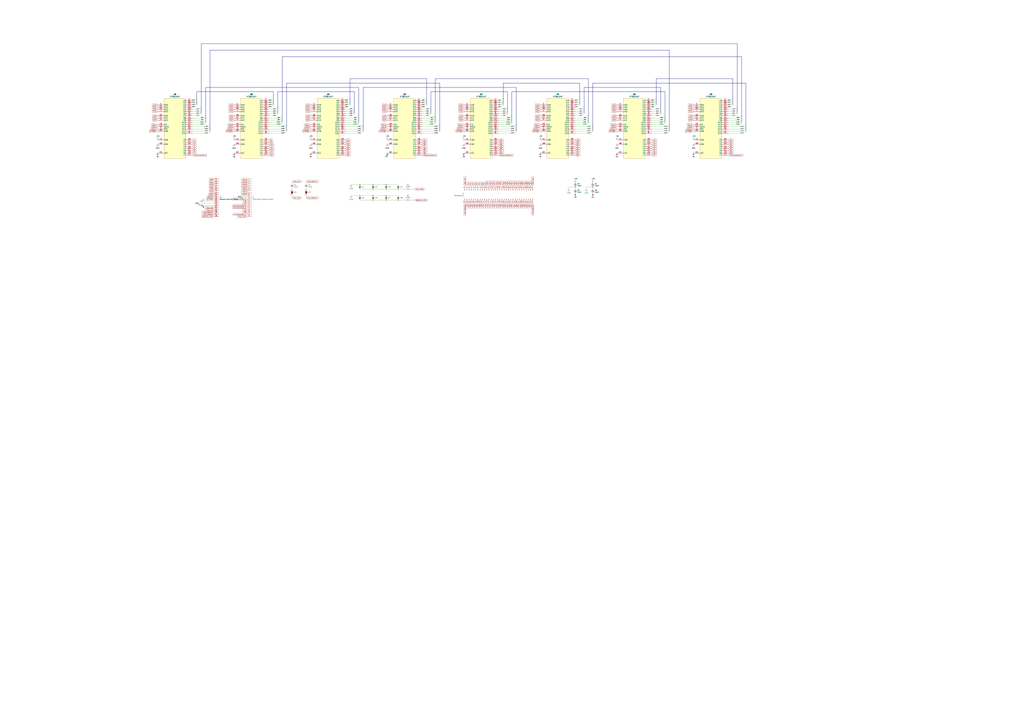
<source format=kicad_sch>
(kicad_sch (version 20230121) (generator eeschema)
  (paper "A0")
  (junction (at 462.28 219.71))
  (junction (at 417.83 227.33))
  (junction (at 448.31 227.33))
  (junction (at 448.31 219.71))
  (junction (at 462.28 232.41))
  (junction (at 433.07 214.63))
  (junction (at 448.31 214.63))
  (junction (at 433.07 232.41))
  (junction (at 433.07 227.33))
  (junction (at 448.31 232.41))
  (junction (at 688.34 217.17))
  (junction (at 668.02 217.17))
  (junction (at 433.07 219.71))
  (junction (at 417.83 214.63))
  (bus_entry (at 411.48 129.54) (size -2.54 2.54))
  (bus_entry (at 406.4 116.84) (size -2.54 2.54))
  (bus_entry (at 594.36 142.24) (size -2.54 2.54))
  (bus_entry (at 850.9 119.38) (size -2.54 2.54))
  (bus_entry (at 228.6 121.92) (size -2.54 2.54))
  (bus_entry (at 861.06 137.16) (size -2.54 2.54))
  (bus_entry (at 238.76 134.62) (size -2.54 2.54))
  (bus_entry (at 411.48 132.08) (size -2.54 2.54))
  (bus_entry (at 599.44 144.78) (size -2.54 2.54))
  (bus_entry (at 421.64 147.32) (size -2.54 2.54))
  (bus_entry (at 322.58 127) (size -2.54 2.54))
  (bus_entry (at 322.58 132.08) (size -2.54 2.54))
  (bus_entry (at 327.66 142.24) (size -2.54 2.54))
  (bus_entry (at 777.24 144.78) (size -2.54 2.54))
  (bus_entry (at 416.56 134.62) (size -2.54 2.54))
  (bus_entry (at 416.56 139.7) (size -2.54 2.54))
  (bus_entry (at 317.5 119.38) (size -2.54 2.54))
  (bus_entry (at 673.1 119.38) (size -2.54 2.54))
  (bus_entry (at 505.46 142.24) (size -2.54 2.54))
  (bus_entry (at 683.26 137.16) (size -2.54 2.54))
  (bus_entry (at 243.84 152.4) (size -2.54 2.54))
  (bus_entry (at 332.74 147.32) (size -2.54 2.54))
  (bus_entry (at 861.06 142.24) (size -2.54 2.54))
  (bus_entry (at 243.84 144.78) (size -2.54 2.54))
  (bus_entry (at 861.06 139.7) (size -2.54 2.54))
  (bus_entry (at 678.18 127) (size -2.54 2.54))
  (bus_entry (at 505.46 137.16) (size -2.54 2.54))
  (bus_entry (at 866.14 149.86) (size -2.54 2.54))
  (bus_entry (at 243.84 149.86) (size -2.54 2.54))
  (bus_entry (at 505.46 139.7) (size -2.54 2.54))
  (bus_entry (at 589.28 129.54) (size -2.54 2.54))
  (bus_entry (at 688.34 152.4) (size -2.54 2.54))
  (bus_entry (at 317.5 114.3) (size -2.54 2.54))
  (bus_entry (at 762 119.38) (size -2.54 2.54))
  (bus_entry (at 233.68 127) (size -2.54 2.54))
  (bus_entry (at 850.9 114.3) (size -2.54 2.54))
  (bus_entry (at 510.54 152.4) (size -2.54 2.54))
  (bus_entry (at 317.5 116.84) (size -2.54 2.54))
  (bus_entry (at 855.98 132.08) (size -2.54 2.54))
  (bus_entry (at 416.56 142.24) (size -2.54 2.54))
  (bus_entry (at 767.08 127) (size -2.54 2.54))
  (bus_entry (at 594.36 139.7) (size -2.54 2.54))
  (bus_entry (at 678.18 132.08) (size -2.54 2.54))
  (bus_entry (at 678.18 129.54) (size -2.54 2.54))
  (bus_entry (at 327.66 142.24) (size -2.54 2.54))
  (bus_entry (at 500.38 127) (size -2.54 2.54))
  (bus_entry (at 777.24 152.4) (size -2.54 2.54))
  (bus_entry (at 233.68 132.08) (size -2.54 2.54))
  (bus_entry (at 495.3 119.38) (size -2.54 2.54))
  (bus_entry (at 233.68 124.46) (size -2.54 2.54))
  (bus_entry (at 683.26 139.7) (size -2.54 2.54))
  (bus_entry (at 767.08 124.46) (size -2.54 2.54))
  (bus_entry (at 416.56 137.16) (size -2.54 2.54))
  (bus_entry (at 243.84 147.32) (size -2.54 2.54))
  (bus_entry (at 772.16 137.16) (size -2.54 2.54))
  (bus_entry (at 238.76 142.24) (size -2.54 2.54))
  (bus_entry (at 673.1 121.92) (size -2.54 2.54))
  (bus_entry (at 594.36 137.16) (size -2.54 2.54))
  (bus_entry (at 238.76 139.7) (size -2.54 2.54))
  (bus_entry (at 599.44 149.86) (size -2.54 2.54))
  (bus_entry (at 332.74 144.78) (size -2.54 2.54))
  (bus_entry (at 594.36 134.62) (size -2.54 2.54))
  (bus_entry (at 500.38 132.08) (size -2.54 2.54))
  (bus_entry (at 332.74 149.86) (size -2.54 2.54))
  (bus_entry (at 322.58 129.54) (size -2.54 2.54))
  (bus_entry (at 772.16 142.24) (size -2.54 2.54))
  (bus_entry (at 505.46 134.62) (size -2.54 2.54))
  (bus_entry (at 327.66 137.16) (size -2.54 2.54))
  (bus_entry (at 861.06 142.24) (size -2.54 2.54))
  (bus_entry (at 233.68 129.54) (size -2.54 2.54))
  (bus_entry (at 777.24 149.86) (size -2.54 2.54))
  (bus_entry (at 683.26 142.24) (size -2.54 2.54))
  (bus_entry (at 866.14 152.4) (size -2.54 2.54))
  (bus_entry (at 861.06 134.62) (size -2.54 2.54))
  (bus_entry (at 421.64 144.78) (size -2.54 2.54))
  (bus_entry (at 332.74 152.4) (size -2.54 2.54))
  (bus_entry (at 238.76 142.24) (size -2.54 2.54))
  (bus_entry (at 673.1 114.3) (size -2.54 2.54))
  (bus_entry (at 584.2 116.84) (size -2.54 2.54))
  (bus_entry (at 772.16 139.7) (size -2.54 2.54))
  (bus_entry (at 495.3 116.84) (size -2.54 2.54))
  (bus_entry (at 673.1 116.84) (size -2.54 2.54))
  (bus_entry (at 510.54 144.78) (size -2.54 2.54))
  (bus_entry (at 584.2 119.38) (size -2.54 2.54))
  (bus_entry (at 866.14 147.32) (size -2.54 2.54))
  (bus_entry (at 599.44 147.32) (size -2.54 2.54))
  (bus_entry (at 406.4 119.38) (size -2.54 2.54))
  (bus_entry (at 510.54 147.32) (size -2.54 2.54))
  (bus_entry (at 855.98 124.46) (size -2.54 2.54))
  (bus_entry (at 495.3 114.3) (size -2.54 2.54))
  (bus_entry (at 683.26 134.62) (size -2.54 2.54))
  (bus_entry (at 495.3 121.92) (size -2.54 2.54))
  (bus_entry (at 866.14 144.78) (size -2.54 2.54))
  (bus_entry (at 238.76 137.16) (size -2.54 2.54))
  (bus_entry (at 850.9 121.92) (size -2.54 2.54))
  (bus_entry (at 678.18 124.46) (size -2.54 2.54))
  (bus_entry (at 688.34 144.78) (size -2.54 2.54))
  (bus_entry (at 589.28 127) (size -2.54 2.54))
  (bus_entry (at 855.98 127) (size -2.54 2.54))
  (bus_entry (at 688.34 149.86) (size -2.54 2.54))
  (bus_entry (at 850.9 116.84) (size -2.54 2.54))
  (bus_entry (at 767.08 132.08) (size -2.54 2.54))
  (bus_entry (at 594.36 142.24) (size -2.54 2.54))
  (bus_entry (at 584.2 121.92) (size -2.54 2.54))
  (bus_entry (at 500.38 129.54) (size -2.54 2.54))
  (bus_entry (at 772.16 142.24) (size -2.54 2.54))
  (bus_entry (at 322.58 124.46) (size -2.54 2.54))
  (bus_entry (at 683.26 142.24) (size -2.54 2.54))
  (bus_entry (at 416.56 142.24) (size -2.54 2.54))
  (bus_entry (at 421.64 149.86) (size -2.54 2.54))
  (bus_entry (at 327.66 134.62) (size -2.54 2.54))
  (bus_entry (at 406.4 121.92) (size -2.54 2.54))
  (bus_entry (at 228.6 119.38) (size -2.54 2.54))
  (bus_entry (at 505.46 142.24) (size -2.54 2.54))
  (bus_entry (at 589.28 132.08) (size -2.54 2.54))
  (bus_entry (at 411.48 127) (size -2.54 2.54))
  (bus_entry (at 317.5 121.92) (size -2.54 2.54))
  (bus_entry (at 584.2 114.3) (size -2.54 2.54))
  (bus_entry (at 500.38 124.46) (size -2.54 2.54))
  (bus_entry (at 777.24 147.32) (size -2.54 2.54))
  (bus_entry (at 411.48 124.46) (size -2.54 2.54))
  (bus_entry (at 510.54 149.86) (size -2.54 2.54))
  (bus_entry (at 228.6 114.3) (size -2.54 2.54))
  (bus_entry (at 589.28 124.46) (size -2.54 2.54))
  (bus_entry (at 762 121.92) (size -2.54 2.54))
  (bus_entry (at 855.98 129.54) (size -2.54 2.54))
  (bus_entry (at 421.64 152.4) (size -2.54 2.54))
  (bus_entry (at 327.66 139.7) (size -2.54 2.54))
  (bus_entry (at 688.34 147.32) (size -2.54 2.54))
  (bus_entry (at 228.6 116.84) (size -2.54 2.54))
  (bus_entry (at 599.44 152.4) (size -2.54 2.54))
  (bus_entry (at 767.08 129.54) (size -2.54 2.54))
  (bus_entry (at 406.4 114.3) (size -2.54 2.54))
  (bus_entry (at 762 114.3) (size -2.54 2.54))
  (bus_entry (at 772.16 134.62) (size -2.54 2.54))
  (bus_entry (at 762 116.84) (size -2.54 2.54))
  (bus (pts (xy 850.9 116.84) (xy 850.9 119.38)))
  (bus (pts (xy 421.64 149.86) (xy 421.64 152.4)))
  (wire (pts (xy 339.09 227.33) (xy 339.09 229.87)))
  (bus (pts (xy 327.66 137.16) (xy 327.66 139.7)))
  (wire (pts (xy 223.52 142.24) (xy 236.22 142.24)))
  (bus (pts (xy 233.68 50.8) (xy 233.68 124.46)))
  (bus (pts (xy 322.58 106.68) (xy 411.48 106.68)))
  (wire (pts (xy 680.72 217.17) (xy 680.72 219.71)))
  (wire (pts (xy 462.28 227.33) (xy 448.31 227.33)))
  (bus (pts (xy 673.1 116.84) (xy 673.1 119.38)))
  (bus (pts (xy 228.6 106.68) (xy 228.6 114.3)))
  (bus (pts (xy 233.68 127) (xy 233.68 129.54)))
  (wire (pts (xy 231.14 236.22) (xy 248.92 236.22)))
  (wire (pts (xy 668.02 217.17) (xy 660.4 217.17)))
  (bus (pts (xy 505.46 139.7) (xy 505.46 142.24)))
  (bus (pts (xy 322.58 129.54) (xy 322.58 132.08)))
  (bus (pts (xy 243.84 149.86) (xy 243.84 152.4)))
  (wire (pts (xy 490.22 152.4) (xy 508 152.4)))
  (bus (pts (xy 777.24 144.78) (xy 777.24 147.32)))
  (bus (pts (xy 855.98 127) (xy 855.98 129.54)))
  (wire (pts (xy 756.92 154.94) (xy 774.7 154.94)))
  (wire (pts (xy 312.42 116.84) (xy 314.96 116.84)))
  (bus (pts (xy 495.3 114.3) (xy 495.3 116.84)))
  (bus (pts (xy 411.48 106.68) (xy 411.48 124.46)))
  (bus (pts (xy 688.34 96.52) (xy 866.14 96.52)))
  (wire (pts (xy 339.09 210.82) (xy 339.09 213.36)))
  (wire (pts (xy 401.32 142.24) (xy 414.02 142.24)))
  (wire (pts (xy 433.07 219.71) (xy 417.83 219.71)))
  (wire (pts (xy 490.22 127) (xy 497.84 127)))
  (wire (pts (xy 417.83 214.63) (xy 407.67 214.63)))
  (wire (pts (xy 668.02 149.86) (xy 685.8 149.86)))
  (bus (pts (xy 861.06 66.04) (xy 861.06 134.62)))
  (bus (pts (xy 495.3 119.38) (xy 495.3 121.92)))
  (wire (pts (xy 756.92 121.92) (xy 759.46 121.92)))
  (bus (pts (xy 855.98 129.54) (xy 855.98 132.08)))
  (bus (pts (xy 861.06 134.62) (xy 861.06 137.16)))
  (bus (pts (xy 332.74 144.78) (xy 332.74 147.32)))
  (bus (pts (xy 317.5 119.38) (xy 317.5 121.92)))
  (bus (pts (xy 495.3 91.44) (xy 495.3 114.3)))
  (bus (pts (xy 589.28 127) (xy 589.28 129.54)))
  (bus (pts (xy 317.5 114.3) (xy 317.5 116.84)))
  (wire (pts (xy 312.42 154.94) (xy 330.2 154.94)))
  (bus (pts (xy 762 116.84) (xy 762 119.38)))
  (bus (pts (xy 238.76 101.6) (xy 238.76 134.62)))
  (bus (pts (xy 228.6 116.84) (xy 228.6 119.38)))
  (bus (pts (xy 683.26 134.62) (xy 683.26 137.16)))
  (wire (pts (xy 403.86 124.46) (xy 401.32 124.46)))
  (wire (pts (xy 236.22 238.76) (xy 248.92 238.76)))
  (wire (pts (xy 312.42 149.86) (xy 330.2 149.86)))
  (wire (pts (xy 756.92 144.78) (xy 769.62 144.78)))
  (wire (pts (xy 223.52 134.62) (xy 231.14 134.62)))
  (wire (pts (xy 417.83 227.33) (xy 407.67 227.33)))
  (bus (pts (xy 678.18 129.54) (xy 678.18 132.08)))
  (bus (pts (xy 332.74 149.86) (xy 332.74 152.4)))
  (bus (pts (xy 322.58 106.68) (xy 322.58 124.46)))
  (bus (pts (xy 505.46 91.44) (xy 683.26 91.44)))
  (wire (pts (xy 579.12 134.62) (xy 586.74 134.62)))
  (wire (pts (xy 223.52 132.08) (xy 231.14 132.08)))
  (wire (pts (xy 433.07 232.41) (xy 417.83 232.41)))
  (wire (pts (xy 401.32 129.54) (xy 408.94 129.54)))
  (wire (pts (xy 490.22 144.78) (xy 502.92 144.78)))
  (bus (pts (xy 767.08 129.54) (xy 767.08 132.08)))
  (wire (pts (xy 670.56 119.38) (xy 668.02 119.38)))
  (bus (pts (xy 510.54 144.78) (xy 510.54 147.32)))
  (wire (pts (xy 579.12 116.84) (xy 581.66 116.84)))
  (wire (pts (xy 670.56 124.46) (xy 668.02 124.46)))
  (bus (pts (xy 861.06 137.16) (xy 861.06 139.7)))
  (wire (pts (xy 668.02 127) (xy 675.64 127)))
  (wire (pts (xy 490.22 137.16) (xy 502.92 137.16)))
  (bus (pts (xy 772.16 137.16) (xy 772.16 139.7)))
  (bus (pts (xy 599.44 144.78) (xy 599.44 147.32)))
  (wire (pts (xy 401.32 144.78) (xy 414.02 144.78)))
  (wire (pts (xy 462.28 214.63) (xy 448.31 214.63)))
  (wire (pts (xy 668.02 144.78) (xy 680.72 144.78)))
  (bus (pts (xy 584.2 96.52) (xy 584.2 114.3)))
  (wire (pts (xy 312.42 147.32) (xy 330.2 147.32)))
  (bus (pts (xy 866.14 149.86) (xy 866.14 152.4)))
  (wire (pts (xy 579.12 152.4) (xy 596.9 152.4)))
  (bus (pts (xy 683.26 91.44) (xy 683.26 134.62)))
  (bus (pts (xy 767.08 124.46) (xy 767.08 127)))
  (bus (pts (xy 238.76 139.7) (xy 238.76 142.24)))
  (wire (pts (xy 668.02 129.54) (xy 675.64 129.54)))
  (bus (pts (xy 584.2 114.3) (xy 584.2 116.84)))
  (bus (pts (xy 416.56 134.62) (xy 416.56 137.16)))
  (bus (pts (xy 322.58 124.46) (xy 322.58 127)))
  (wire (pts (xy 401.32 121.92) (xy 403.86 121.92)))
  (bus (pts (xy 233.68 124.46) (xy 233.68 127)))
  (bus (pts (xy 332.74 147.32) (xy 332.74 149.86)))
  (wire (pts (xy 668.02 134.62) (xy 675.64 134.62)))
  (bus (pts (xy 589.28 124.46) (xy 589.28 127)))
  (wire (pts (xy 490.22 129.54) (xy 497.84 129.54)))
  (bus (pts (xy 777.24 147.32) (xy 777.24 149.86)))
  (wire (pts (xy 401.32 116.84) (xy 403.86 116.84)))
  (bus (pts (xy 406.4 119.38) (xy 406.4 121.92)))
  (wire (pts (xy 223.52 147.32) (xy 241.3 147.32)))
  (wire (pts (xy 668.02 147.32) (xy 685.8 147.32)))
  (wire (pts (xy 688.34 217.17) (xy 680.72 217.17)))
  (bus (pts (xy 866.14 144.78) (xy 866.14 147.32)))
  (bus (pts (xy 594.36 106.68) (xy 594.36 134.62)))
  (wire (pts (xy 248.92 233.68) (xy 236.22 233.68)))
  (wire (pts (xy 668.02 217.17) (xy 668.02 219.71)))
  (wire (pts (xy 579.12 132.08) (xy 586.74 132.08)))
  (wire (pts (xy 492.76 119.38) (xy 490.22 119.38)))
  (bus (pts (xy 416.56 137.16) (xy 416.56 139.7)))
  (wire (pts (xy 462.28 219.71) (xy 448.31 219.71)))
  (wire (pts (xy 223.52 154.94) (xy 241.3 154.94)))
  (wire (pts (xy 401.32 154.94) (xy 419.1 154.94)))
  (wire (pts (xy 462.28 232.41) (xy 448.31 232.41)))
  (wire (pts (xy 314.96 119.38) (xy 312.42 119.38)))
  (wire (pts (xy 845.82 139.7) (xy 858.52 139.7)))
  (wire (pts (xy 355.6 218.44) (xy 355.6 219.71)))
  (bus (pts (xy 599.44 149.86) (xy 599.44 152.4)))
  (bus (pts (xy 416.56 101.6) (xy 416.56 134.62)))
  (bus (pts (xy 332.74 96.52) (xy 510.54 96.52)))
  (wire (pts (xy 223.52 129.54) (xy 231.14 129.54)))
  (wire (pts (xy 845.82 134.62) (xy 853.44 134.62)))
  (wire (pts (xy 579.12 144.78) (xy 591.82 144.78)))
  (bus (pts (xy 673.1 114.3) (xy 673.1 116.84)))
  (wire (pts (xy 668.02 116.84) (xy 670.56 116.84)))
  (bus (pts (xy 866.14 96.52) (xy 866.14 144.78)))
  (wire (pts (xy 845.82 137.16) (xy 858.52 137.16)))
  (bus (pts (xy 505.46 137.16) (xy 505.46 139.7)))
  (bus (pts (xy 772.16 139.7) (xy 772.16 142.24)))
  (bus (pts (xy 594.36 137.16) (xy 594.36 139.7)))
  (bus (pts (xy 500.38 106.68) (xy 589.28 106.68)))
  (wire (pts (xy 848.36 124.46) (xy 845.82 124.46)))
  (wire (pts (xy 581.66 119.38) (xy 579.12 119.38)))
  (wire (pts (xy 579.12 127) (xy 586.74 127)))
  (wire (pts (xy 668.02 132.08) (xy 675.64 132.08)))
  (wire (pts (xy 490.22 116.84) (xy 492.76 116.84)))
  (wire (pts (xy 312.42 152.4) (xy 330.2 152.4)))
  (wire (pts (xy 471.17 232.41) (xy 462.28 232.41)))
  (wire (pts (xy 668.02 121.92) (xy 670.56 121.92)))
  (bus (pts (xy 406.4 91.44) (xy 495.3 91.44)))
  (wire (pts (xy 312.42 134.62) (xy 320.04 134.62)))
  (wire (pts (xy 668.02 137.16) (xy 680.72 137.16)))
  (bus (pts (xy 510.54 147.32) (xy 510.54 149.86)))
  (bus (pts (xy 238.76 137.16) (xy 238.76 139.7)))
  (wire (pts (xy 668.02 142.24) (xy 680.72 142.24)))
  (wire (pts (xy 355.6 227.33) (xy 355.6 229.87)))
  (bus (pts (xy 688.34 149.86) (xy 688.34 152.4)))
  (wire (pts (xy 668.02 139.7) (xy 680.72 139.7)))
  (bus (pts (xy 688.34 96.52) (xy 688.34 144.78)))
  (bus (pts (xy 678.18 101.6) (xy 767.08 101.6)))
  (wire (pts (xy 845.82 129.54) (xy 853.44 129.54)))
  (wire (pts (xy 845.82 149.86) (xy 863.6 149.86)))
  (bus (pts (xy 850.9 114.3) (xy 850.9 116.84)))
  (bus (pts (xy 243.84 58.42) (xy 243.84 144.78)))
  (bus (pts (xy 510.54 96.52) (xy 510.54 144.78)))
  (wire (pts (xy 401.32 132.08) (xy 408.94 132.08)))
  (bus (pts (xy 594.36 106.68) (xy 772.16 106.68)))
  (wire (pts (xy 756.92 134.62) (xy 764.54 134.62)))
  (bus (pts (xy 505.46 91.44) (xy 505.46 134.62)))
  (bus (pts (xy 327.66 66.04) (xy 327.66 134.62)))
  (bus (pts (xy 589.28 106.68) (xy 589.28 124.46)))
  (wire (pts (xy 223.52 116.84) (xy 226.06 116.84)))
  (bus (pts (xy 589.28 129.54) (xy 589.28 132.08)))
  (wire (pts (xy 579.12 129.54) (xy 586.74 129.54)))
  (bus (pts (xy 421.64 147.32) (xy 421.64 149.86)))
  (wire (pts (xy 490.22 142.24) (xy 502.92 142.24)))
  (bus (pts (xy 332.74 96.52) (xy 332.74 144.78)))
  (bus (pts (xy 228.6 114.3) (xy 228.6 116.84)))
  (wire (pts (xy 756.92 129.54) (xy 764.54 129.54)))
  (bus (pts (xy 584.2 116.84) (xy 584.2 119.38)))
  (wire (pts (xy 448.31 232.41) (xy 433.07 232.41)))
  (wire (pts (xy 223.52 137.16) (xy 236.22 137.16)))
  (bus (pts (xy 683.26 137.16) (xy 683.26 139.7)))
  (wire (pts (xy 433.07 214.63) (xy 417.83 214.63)))
  (wire (pts (xy 403.86 119.38) (xy 401.32 119.38)))
  (bus (pts (xy 406.4 116.84) (xy 406.4 119.38)))
  (bus (pts (xy 243.84 58.42) (xy 777.24 58.42)))
  (bus (pts (xy 777.24 58.42) (xy 777.24 144.78)))
  (bus (pts (xy 850.9 91.44) (xy 850.9 114.3)))
  (bus (pts (xy 228.6 119.38) (xy 228.6 121.92)))
  (bus (pts (xy 500.38 129.54) (xy 500.38 132.08)))
  (bus (pts (xy 855.98 50.8) (xy 855.98 124.46)))
  (wire (pts (xy 490.22 134.62) (xy 497.84 134.62)))
  (wire (pts (xy 339.09 218.44) (xy 339.09 219.71)))
  (bus (pts (xy 327.66 66.04) (xy 861.06 66.04)))
  (wire (pts (xy 845.82 127) (xy 853.44 127)))
  (wire (pts (xy 845.82 142.24) (xy 858.52 142.24)))
  (bus (pts (xy 584.2 96.52) (xy 673.1 96.52)))
  (wire (pts (xy 401.32 137.16) (xy 414.02 137.16)))
  (bus (pts (xy 416.56 139.7) (xy 416.56 142.24)))
  (bus (pts (xy 421.64 144.78) (xy 421.64 147.32)))
  (bus (pts (xy 861.06 139.7) (xy 861.06 142.24)))
  (wire (pts (xy 280.67 228.6) (xy 287.02 228.6)))
  (wire (pts (xy 312.42 139.7) (xy 325.12 139.7)))
  (bus (pts (xy 678.18 124.46) (xy 678.18 127)))
  (wire (pts (xy 756.92 147.32) (xy 774.7 147.32)))
  (bus (pts (xy 584.2 119.38) (xy 584.2 121.92)))
  (wire (pts (xy 312.42 144.78) (xy 325.12 144.78)))
  (wire (pts (xy 845.82 152.4) (xy 863.6 152.4)))
  (bus (pts (xy 772.16 134.62) (xy 772.16 137.16)))
  (bus (pts (xy 411.48 124.46) (xy 411.48 127)))
  (bus (pts (xy 406.4 114.3) (xy 406.4 116.84)))
  (bus (pts (xy 505.46 134.62) (xy 505.46 137.16)))
  (bus (pts (xy 233.68 50.8) (xy 855.98 50.8)))
  (wire (pts (xy 490.22 149.86) (xy 508 149.86)))
  (bus (pts (xy 495.3 116.84) (xy 495.3 119.38)))
  (bus (pts (xy 688.34 147.32) (xy 688.34 149.86)))
  (wire (pts (xy 579.12 137.16) (xy 591.82 137.16)))
  (wire (pts (xy 668.02 154.94) (xy 685.8 154.94)))
  (wire (pts (xy 312.42 127) (xy 320.04 127)))
  (bus (pts (xy 228.6 106.68) (xy 317.5 106.68)))
  (bus (pts (xy 594.36 139.7) (xy 594.36 142.24)))
  (wire (pts (xy 688.34 217.17) (xy 688.34 219.71)))
  (wire (pts (xy 448.31 214.63) (xy 433.07 214.63)))
  (wire (pts (xy 756.92 137.16) (xy 769.62 137.16)))
  (wire (pts (xy 433.07 227.33) (xy 417.83 227.33)))
  (bus (pts (xy 767.08 127) (xy 767.08 129.54)))
  (bus (pts (xy 322.58 127) (xy 322.58 129.54)))
  (wire (pts (xy 490.22 121.92) (xy 492.76 121.92)))
  (wire (pts (xy 845.82 116.84) (xy 848.36 116.84)))
  (wire (pts (xy 226.06 119.38) (xy 223.52 119.38)))
  (wire (pts (xy 490.22 139.7) (xy 502.92 139.7)))
  (bus (pts (xy 406.4 91.44) (xy 406.4 114.3)))
  (wire (pts (xy 312.42 129.54) (xy 320.04 129.54)))
  (bus (pts (xy 243.84 147.32) (xy 243.84 149.86)))
  (wire (pts (xy 579.12 149.86) (xy 596.9 149.86)))
  (wire (pts (xy 756.92 142.24) (xy 769.62 142.24)))
  (bus (pts (xy 233.68 129.54) (xy 233.68 132.08)))
  (bus (pts (xy 411.48 129.54) (xy 411.48 132.08)))
  (bus (pts (xy 421.64 101.6) (xy 599.44 101.6)))
  (wire (pts (xy 401.32 149.86) (xy 419.1 149.86)))
  (wire (pts (xy 579.12 142.24) (xy 591.82 142.24)))
  (bus (pts (xy 688.34 144.78) (xy 688.34 147.32)))
  (wire (pts (xy 756.92 132.08) (xy 764.54 132.08)))
  (wire (pts (xy 226.06 124.46) (xy 223.52 124.46)))
  (wire (pts (xy 759.46 124.46) (xy 756.92 124.46)))
  (wire (pts (xy 845.82 132.08) (xy 853.44 132.08)))
  (wire (pts (xy 492.76 124.46) (xy 490.22 124.46)))
  (wire (pts (xy 448.31 227.33) (xy 433.07 227.33)))
  (wire (pts (xy 471.17 219.71) (xy 462.28 219.71)))
  (wire (pts (xy 579.12 147.32) (xy 596.9 147.32)))
  (wire (pts (xy 314.96 124.46) (xy 312.42 124.46)))
  (wire (pts (xy 401.32 152.4) (xy 419.1 152.4)))
  (bus (pts (xy 411.48 127) (xy 411.48 129.54)))
  (bus (pts (xy 855.98 124.46) (xy 855.98 127)))
  (bus (pts (xy 678.18 101.6) (xy 678.18 124.46)))
  (wire (pts (xy 845.82 147.32) (xy 863.6 147.32)))
  (wire (pts (xy 223.52 139.7) (xy 236.22 139.7)))
  (wire (pts (xy 401.32 139.7) (xy 414.02 139.7)))
  (bus (pts (xy 327.66 134.62) (xy 327.66 137.16)))
  (bus (pts (xy 500.38 127) (xy 500.38 129.54)))
  (wire (pts (xy 756.92 149.86) (xy 774.7 149.86)))
  (bus (pts (xy 762 119.38) (xy 762 121.92)))
  (wire (pts (xy 223.52 152.4) (xy 241.3 152.4)))
  (wire (pts (xy 848.36 119.38) (xy 845.82 119.38)))
  (wire (pts (xy 312.42 121.92) (xy 314.96 121.92)))
  (bus (pts (xy 678.18 127) (xy 678.18 129.54)))
  (bus (pts (xy 777.24 149.86) (xy 777.24 152.4)))
  (bus (pts (xy 500.38 124.46) (xy 500.38 127)))
  (wire (pts (xy 756.92 152.4) (xy 774.7 152.4)))
  (wire (pts (xy 490.22 154.94) (xy 508 154.94)))
  (bus (pts (xy 673.1 119.38) (xy 673.1 121.92)))
  (wire (pts (xy 355.6 213.36) (xy 355.6 210.82)))
  (wire (pts (xy 490.22 147.32) (xy 508 147.32)))
  (bus (pts (xy 243.84 144.78) (xy 243.84 147.32)))
  (bus (pts (xy 762 114.3) (xy 762 116.84)))
  (bus (pts (xy 594.36 134.62) (xy 594.36 137.16)))
  (bus (pts (xy 317.5 116.84) (xy 317.5 119.38)))
  (bus (pts (xy 762 91.44) (xy 762 114.3)))
  (bus (pts (xy 510.54 149.86) (xy 510.54 152.4)))
  (bus (pts (xy 683.26 139.7) (xy 683.26 142.24)))
  (wire (pts (xy 579.12 139.7) (xy 591.82 139.7)))
  (wire (pts (xy 223.52 144.78) (xy 236.22 144.78)))
  (wire (pts (xy 756.92 139.7) (xy 769.62 139.7)))
  (bus (pts (xy 500.38 106.68) (xy 500.38 124.46)))
  (wire (pts (xy 223.52 127) (xy 231.14 127)))
  (bus (pts (xy 599.44 101.6) (xy 599.44 144.78)))
  (bus (pts (xy 673.1 96.52) (xy 673.1 114.3)))
  (bus (pts (xy 238.76 101.6) (xy 416.56 101.6)))
  (bus (pts (xy 317.5 106.68) (xy 317.5 114.3)))
  (bus (pts (xy 762 91.44) (xy 850.9 91.44)))
  (wire (pts (xy 581.66 124.46) (xy 579.12 124.46)))
  (wire (pts (xy 756.92 127) (xy 764.54 127)))
  (bus (pts (xy 772.16 106.68) (xy 772.16 134.62)))
  (wire (pts (xy 448.31 219.71) (xy 433.07 219.71)))
  (wire (pts (xy 660.4 217.17) (xy 660.4 219.71)))
  (bus (pts (xy 866.14 147.32) (xy 866.14 149.86)))
  (wire (pts (xy 481.33 232.41) (xy 476.25 232.41)))
  (wire (pts (xy 845.82 121.92) (xy 848.36 121.92)))
  (wire (pts (xy 579.12 121.92) (xy 581.66 121.92)))
  (wire (pts (xy 223.52 121.92) (xy 226.06 121.92)))
  (wire (pts (xy 401.32 127) (xy 408.94 127)))
  (bus (pts (xy 599.44 147.32) (xy 599.44 149.86)))
  (bus (pts (xy 767.08 101.6) (xy 767.08 124.46)))
  (wire (pts (xy 579.12 154.94) (xy 596.9 154.94)))
  (wire (pts (xy 401.32 147.32) (xy 419.1 147.32)))
  (wire (pts (xy 312.42 137.16) (xy 325.12 137.16)))
  (wire (pts (xy 312.42 132.08) (xy 320.04 132.08)))
  (wire (pts (xy 756.92 116.84) (xy 759.46 116.84)))
  (bus (pts (xy 238.76 134.62) (xy 238.76 137.16)))
  (bus (pts (xy 421.64 101.6) (xy 421.64 144.78)))
  (wire (pts (xy 481.33 219.71) (xy 476.25 219.71)))
  (wire (pts (xy 312.42 142.24) (xy 325.12 142.24)))
  (wire (pts (xy 668.02 152.4) (xy 685.8 152.4)))
  (wire (pts (xy 401.32 134.62) (xy 408.94 134.62)))
  (bus (pts (xy 327.66 139.7) (xy 327.66 142.24)))
  (wire (pts (xy 223.52 149.86) (xy 241.3 149.86)))
  (wire (pts (xy 490.22 132.08) (xy 497.84 132.08)))
  (wire (pts (xy 845.82 144.78) (xy 858.52 144.78)))
  (bus (pts (xy 850.9 119.38) (xy 850.9 121.92)))
  (wire (pts (xy 759.46 119.38) (xy 756.92 119.38)))
  (wire (pts (xy 845.82 154.94) (xy 863.6 154.94)))
  (label "X3EF" (at 670.56 124.46 180) (effects (font (size 0.762 0.762))))
  (label "X13AG" (at 774.7 149.86 180) (effects (font (size 0.762 0.762))))
  (label "X0CD" (at 492.76 116.84 180) (effects (font (size 0.762 0.762))))
  (label "X13CE" (at 596.9 149.86 180) (effects (font (size 0.762 0.762))))
  (label "X14CE" (at 596.9 152.4 180) (effects (font (size 0.762 0.762))))
  (label "X2GH" (at 848.36 121.92 180) (effects (font (size 0.762 0.762))))
  (label "X3AB" (at 226.06 124.46 180) (effects (font (size 0.762 0.762))))
  (label "X4BC" (at 408.94 127 180) (effects (font (size 0.762 0.762))))
  (label "X8AC" (at 414.02 137.16 180) (effects (font (size 0.762 0.762))))
  (label "X9AC" (at 414.02 139.7 180) (effects (font (size 0.762 0.762))))
  (label "X10EG" (at 769.62 142.24 180) (effects (font (size 0.762 0.762))))
  (label "X3AB" (at 314.96 124.46 180) (effects (font (size 0.762 0.762))))
  (label "X15AG" (at 774.7 154.94 180) (effects (font (size 0.762 0.762))))
  (label "X12FH" (at 863.6 147.32 180) (effects (font (size 0.762 0.762))))
  (label "X0EF" (at 581.66 116.84 180) (effects (font (size 0.762 0.762))))
  (label "X3GH" (at 759.46 124.46 180) (effects (font (size 0.762 0.762))))
  (label "X6BC" (at 320.04 132.08 180) (effects (font (size 0.762 0.762))))
  (label "X9DF" (at 502.92 139.7 180) (effects (font (size 0.762 0.762))))
  (label "X14AG" (at 241.3 152.4 180) (effects (font (size 0.762 0.762))))
  (label "X2GH" (at 759.46 121.92 180) (effects (font (size 0.762 0.762))))
  (label "X13BD" (at 508 149.86 180) (effects (font (size 0.762 0.762))))
  (label "X14BD" (at 508 152.4 180) (effects (font (size 0.762 0.762))))
  (label "X4AH" (at 231.14 127 180) (effects (font (size 0.762 0.762))))
  (label "X11EG" (at 591.82 144.78 180) (effects (font (size 0.762 0.762))))
  (label "X9EG" (at 591.82 139.7 180) (effects (font (size 0.762 0.762))))
  (label "X3GH" (at 848.36 124.46 180) (effects (font (size 0.762 0.762))))
  (label "X9AC" (at 236.22 139.7 180) (effects (font (size 0.762 0.762))))
  (label "X3EF" (at 581.66 124.46 180) (effects (font (size 0.762 0.762))))
  (label "X0GH" (at 759.46 116.84 180) (effects (font (size 0.762 0.762))))
  (label "X5BC" (at 320.04 129.54 180) (effects (font (size 0.762 0.762))))
  (label "X2AB" (at 226.06 121.92 180) (effects (font (size 0.762 0.762))))
  (label "X9DF" (at 680.72 139.7 180) (effects (font (size 0.762 0.762))))
  (label "X12BD" (at 330.2 147.32 180) (effects (font (size 0.762 0.762))))
  (label "X12AG" (at 774.7 147.32 180) (effects (font (size 0.762 0.762))))
  (label "X15AG" (at 241.3 154.94 180) (effects (font (size 0.762 0.762))))
  (label "X7DE" (at 586.74 134.62 180) (effects (font (size 0.762 0.762))))
  (label "X9BH" (at 325.12 139.7 180) (effects (font (size 0.762 0.762))))
  (label "X1CD" (at 403.86 119.38 180) (effects (font (size 0.762 0.762))))
  (label "X14BD" (at 330.2 152.4 180) (effects (font (size 0.762 0.762))))
  (label "X5DE" (at 586.74 129.54 180) (effects (font (size 0.762 0.762))))
  (label "X6DE" (at 586.74 132.08 180) (effects (font (size 0.762 0.762))))
  (label "X13FH" (at 685.8 149.86 180) (effects (font (size 0.762 0.762))))
  (label "X12AG" (at 241.3 147.32 180) (effects (font (size 0.762 0.762))))
  (label "X3CD" (at 403.86 124.46 180) (effects (font (size 0.762 0.762))))
  (label "X13AG" (at 241.3 149.86 180) (effects (font (size 0.762 0.762))))
  (label "X15CE" (at 596.9 154.94 180) (effects (font (size 0.762 0.762))))
  (label "X15CE" (at 419.1 154.94 180) (effects (font (size 0.762 0.762))))
  (label "X7AH" (at 853.44 134.62 180) (effects (font (size 0.762 0.762))))
  (label "X0AB" (at 226.06 116.84 180) (effects (font (size 0.762 0.762))))
  (label "X6FG" (at 764.54 132.08 180) (effects (font (size 0.762 0.762))))
  (label "X15BD" (at 330.2 154.94 180) (effects (font (size 0.762 0.762))))
  (label "X10BH" (at 858.52 142.24 180) (effects (font (size 0.762 0.762))))
  (label "X5AH" (at 853.44 129.54 180) (effects (font (size 0.762 0.762))))
  (label "X9BH" (at 858.52 139.7 180) (effects (font (size 0.762 0.762))))
  (label "X7FG" (at 675.64 134.62 180) (effects (font (size 0.762 0.762))))
  (label "X2AB" (at 314.96 121.92 180) (effects (font (size 0.762 0.762))))
  (label "X8EG" (at 769.62 137.16 180) (effects (font (size 0.762 0.762))))
  (label "X10BH" (at 325.12 142.24 180) (effects (font (size 0.762 0.762))))
  (label "X4FG" (at 675.64 127 180) (effects (font (size 0.762 0.762))))
  (label "X6BC" (at 408.94 132.08 180) (effects (font (size 0.762 0.762))))
  (label "X10DF" (at 680.72 142.24 180) (effects (font (size 0.762 0.762))))
  (label "X6AH" (at 853.44 132.08 180) (effects (font (size 0.762 0.762))))
  (label "X1GH" (at 759.46 119.38 180) (effects (font (size 0.762 0.762))))
  (label "X11DF" (at 502.92 144.78 180) (effects (font (size 0.762 0.762))))
  (label "X7BC" (at 408.94 134.62 180) (effects (font (size 0.762 0.762))))
  (label "X12FH" (at 685.8 147.32 180) (effects (font (size 0.762 0.762))))
  (label "X11AC" (at 236.22 144.78 180) (effects (font (size 0.762 0.762))))
  (label "X4DE" (at 586.74 127 180) (effects (font (size 0.762 0.762))))
  (label "X13BD" (at 330.2 149.86 180) (effects (font (size 0.762 0.762))))
  (label "X1GH" (at 848.36 119.38 180) (effects (font (size 0.762 0.762))))
  (label "X7BC" (at 320.04 134.62 180) (effects (font (size 0.762 0.762))))
  (label "X6AH" (at 231.14 132.08 180) (effects (font (size 0.762 0.762))))
  (label "X5DE" (at 497.84 129.54 180) (effects (font (size 0.762 0.762))))
  (label "X5FG" (at 675.64 129.54 180) (effects (font (size 0.762 0.762))))
  (label "X4DE" (at 497.84 127 180) (effects (font (size 0.762 0.762))))
  (label "X14FH" (at 685.8 152.4 180) (effects (font (size 0.762 0.762))))
  (label "X2EF" (at 581.66 121.92 180) (effects (font (size 0.762 0.762))))
  (label "X11AC" (at 414.02 144.78 180) (effects (font (size 0.762 0.762))))
  (label "X10EG" (at 591.82 142.24 180) (effects (font (size 0.762 0.762))))
  (label "X15FH" (at 863.6 154.94 180) (effects (font (size 0.762 0.762))))
  (label "X15FH" (at 685.8 154.94 180) (effects (font (size 0.762 0.762))))
  (label "X2CD" (at 403.86 121.92 180) (effects (font (size 0.762 0.762))))
  (label "X0GH" (at 848.36 116.84 180) (effects (font (size 0.762 0.762))))
  (label "X12CE" (at 596.9 147.32 180) (effects (font (size 0.762 0.762))))
  (label "X1AB" (at 314.96 119.38 180) (effects (font (size 0.762 0.762))))
  (label "X13FH" (at 863.6 149.86 180) (effects (font (size 0.762 0.762))))
  (label "X3CD" (at 492.76 124.46 180) (effects (font (size 0.762 0.762))))
  (label "X7DE" (at 497.84 134.62 180) (effects (font (size 0.762 0.762))))
  (label "X13CE" (at 419.1 149.86 180) (effects (font (size 0.762 0.762))))
  (label "X10AC" (at 236.22 142.24 180) (effects (font (size 0.762 0.762))))
  (label "X6DE" (at 497.84 132.08 180) (effects (font (size 0.762 0.762))))
  (label "X8DF" (at 680.72 137.16 180) (effects (font (size 0.762 0.762))))
  (label "X11BH" (at 325.12 144.78 180) (effects (font (size 0.762 0.762))))
  (label "X12BD" (at 508 147.32 180) (effects (font (size 0.762 0.762))))
  (label "X10DF" (at 502.92 142.24 180) (effects (font (size 0.762 0.762))))
  (label "X4FG" (at 764.54 127 180) (effects (font (size 0.762 0.762))))
  (label "X7FG" (at 764.54 134.62 180) (effects (font (size 0.762 0.762))))
  (label "X2CD" (at 492.76 121.92 180) (effects (font (size 0.762 0.762))))
  (label "X15BD" (at 508 154.94 180) (effects (font (size 0.762 0.762))))
  (label "X6FG" (at 675.64 132.08 180) (effects (font (size 0.762 0.762))))
  (label "X4BC" (at 320.04 127 180) (effects (font (size 0.762 0.762))))
  (label "X14CE" (at 419.1 152.4 180) (effects (font (size 0.762 0.762))))
  (label "X8BH" (at 858.52 137.16 180) (effects (font (size 0.762 0.762))))
  (label "X0EF" (at 670.56 116.84 180) (effects (font (size 0.762 0.762))))
  (label "X5BC" (at 408.94 129.54 180) (effects (font (size 0.762 0.762))))
  (label "X2EF" (at 670.56 121.92 180) (effects (font (size 0.762 0.762))))
  (label "X7AH" (at 231.14 134.62 180) (effects (font (size 0.762 0.762))))
  (label "X4AH" (at 853.44 127 180) (effects (font (size 0.762 0.762))))
  (label "X0AB" (at 314.96 116.84 180) (effects (font (size 0.762 0.762))))
  (label "X11BH" (at 858.52 144.78 180) (effects (font (size 0.762 0.762))))
  (label "X5FG" (at 764.54 129.54 180) (effects (font (size 0.762 0.762))))
  (label "X0CD" (at 403.86 116.84 180) (effects (font (size 0.762 0.762))))
  (label "X14AG" (at 774.7 152.4 180) (effects (font (size 0.762 0.762))))
  (label "X8DF" (at 502.92 137.16 180) (effects (font (size 0.762 0.762))))
  (label "X11DF" (at 680.72 144.78 180) (effects (font (size 0.762 0.762))))
  (label "X1CD" (at 492.76 119.38 180) (effects (font (size 0.762 0.762))))
  (label "X1EF" (at 670.56 119.38 180) (effects (font (size 0.762 0.762))))
  (label "X11EG" (at 769.62 144.78 180) (effects (font (size 0.762 0.762))))
  (label "X9EG" (at 769.62 139.7 180) (effects (font (size 0.762 0.762))))
  (label "X1AB" (at 226.06 119.38 180) (effects (font (size 0.762 0.762))))
  (label "X8EG" (at 591.82 137.16 180) (effects (font (size 0.762 0.762))))
  (label "X5AH" (at 231.14 129.54 180) (effects (font (size 0.762 0.762))))
  (label "X1EF" (at 581.66 119.38 180) (effects (font (size 0.762 0.762))))
  (label "X10AC" (at 414.02 142.24 180) (effects (font (size 0.762 0.762))))
  (label "X8BH" (at 325.12 137.16 180) (effects (font (size 0.762 0.762))))
  (label "X12CE" (at 419.1 147.32 180) (effects (font (size 0.762 0.762))))
  (label "X8AC" (at 236.22 137.16 180) (effects (font (size 0.762 0.762))))
  (label "X14FH" (at 863.6 152.4 180) (effects (font (size 0.762 0.762))))
  (global_label "13" (shape bidirectional) (at 572.77 215.9 90) (property "Intersheetrefs" "${INTERSHEET_REFS}" (effects hide)))
  (global_label "AY1" (shape input) (at 182.88 137.16 180) (property "Intersheetrefs" "${INTERSHEET_REFS}" (effects hide)))
  (global_label "DATA" (shape input) (at 449.58 147.32 180) (property "Intersheetrefs" "${INTERSHEET_REFS}" (effects hide)))
  (global_label "61" (shape bidirectional) (at 613.41 236.22 270) (property "Intersheetrefs" "${INTERSHEET_REFS}" (effects hide)))
  (global_label "35" (shape bidirectional) (at 845.82 167.64 0) (property "Intersheetrefs" "${INTERSHEET_REFS}" (effects hide)))
  (global_label "AY2" (shape input) (at 538.48 139.7 180) (property "Intersheetrefs" "${INTERSHEET_REFS}" (effects hide)))
  (global_label "30" (shape bidirectional) (at 615.95 215.9 90) (property "Intersheetrefs" "${INTERSHEET_REFS}" (effects hide)))
  (global_label "AX0" (shape input) (at 805.18 121.92 180) (property "Intersheetrefs" "${INTERSHEET_REFS}" (effects hide)))
  (global_label "27" (shape bidirectional) (at 608.33 215.9 90) (property "Intersheetrefs" "${INTERSHEET_REFS}" (effects hide)))
  (global_label "41" (shape bidirectional) (at 562.61 236.22 270) (property "Intersheetrefs" "${INTERSHEET_REFS}" (effects hide)))
  (global_label "8" (shape bidirectional) (at 287.02 233.68 180) (property "Intersheetrefs" "${INTERSHEET_REFS}" (effects hide)))
  (global_label "AY0" (shape input) (at 538.48 134.62 180) (property "Intersheetrefs" "${INTERSHEET_REFS}" (effects hide)))
  (global_label "19" (shape bidirectional) (at 588.01 215.9 90) (property "Intersheetrefs" "${INTERSHEET_REFS}" (effects hide)))
  (global_label "37" (shape bidirectional) (at 845.82 172.72 0) (property "Intersheetrefs" "${INTERSHEET_REFS}" (effects hide)))
  (global_label "39" (shape bidirectional) (at 845.82 177.8 0) (property "Intersheetrefs" "${INTERSHEET_REFS}" (effects hide)))
  (global_label "12" (shape bidirectional) (at 312.42 172.72 0) (property "Intersheetrefs" "${INTERSHEET_REFS}" (effects hide)))
  (global_label "34" (shape bidirectional) (at 845.82 165.1 0) (property "Intersheetrefs" "${INTERSHEET_REFS}" (effects hide)))
  (global_label "Unconnected_A" (shape input) (at 287.02 231.14 180) (property "Intersheetrefs" "${INTERSHEET_REFS}" (effects hide)))
  (global_label "DATA" (shape input) (at 360.68 147.32 180) (property "Intersheetrefs" "${INTERSHEET_REFS}" (effects hide)))
  (global_label "11" (shape bidirectional) (at 567.69 215.9 90) (property "Intersheetrefs" "${INTERSHEET_REFS}" (effects hide)))
  (global_label "55" (shape bidirectional) (at 668.02 180.34 0) (property "Intersheetrefs" "${INTERSHEET_REFS}" (effects hide)))
  (global_label "AX3" (shape input) (at 627.38 129.54 180) (property "Intersheetrefs" "${INTERSHEET_REFS}" (effects hide)))
  (global_label "27" (shape bidirectional) (at 490.22 170.18 0) (property "Intersheetrefs" "${INTERSHEET_REFS}" (effects hide)))
  (global_label "58" (shape bidirectional) (at 579.12 167.64 0) (property "Intersheetrefs" "${INTERSHEET_REFS}" (effects hide)))
  (global_label "54" (shape bidirectional) (at 668.02 177.8 0) (property "Intersheetrefs" "${INTERSHEET_REFS}" (effects hide)))
  (global_label "19" (shape bidirectional) (at 401.32 170.18 0) (property "Intersheetrefs" "${INTERSHEET_REFS}" (effects hide)))
  (global_label "AX3" (shape input) (at 182.88 129.54 180) (property "Intersheetrefs" "${INTERSHEET_REFS}" (effects hide)))
  (global_label "Neg_Top" (shape bidirectional) (at 339.09 210.82 0) (property "Intersheetrefs" "${INTERSHEET_REFS}" (effects hide)))
  (global_label "CS_E" (shape output) (at 287.02 218.44 180) (property "Intersheetrefs" "${INTERSHEET_REFS}" (effects hide)))
  (global_label "CS_E" (shape input) (at 538.48 144.78 180) (property "Intersheetrefs" "${INTERSHEET_REFS}" (effects hide)))
  (global_label "AX1" (shape input) (at 182.88 124.46 180) (property "Intersheetrefs" "${INTERSHEET_REFS}" (effects hide)))
  (global_label "DATA" (shape input) (at 182.88 147.32 180) (property "Intersheetrefs" "${INTERSHEET_REFS}" (effects hide)))
  (global_label "Pos_Top" (shape bidirectional) (at 339.09 229.87 0) (property "Intersheetrefs" "${INTERSHEET_REFS}" (effects hide)))
  (global_label "Bottom_LEDs" (shape input) (at 248.92 251.46 180) (property "Intersheetrefs" "${INTERSHEET_REFS}" (effects hide)))
  (global_label "STROBE" (shape input) (at 538.48 152.4 180) (property "Intersheetrefs" "${INTERSHEET_REFS}" (effects hide)))
  (global_label "20" (shape bidirectional) (at 590.55 215.9 90) (property "Intersheetrefs" "${INTERSHEET_REFS}" (effects hide)))
  (global_label "37" (shape bidirectional) (at 552.45 236.22 270) (property "Intersheetrefs" "${INTERSHEET_REFS}" (effects hide)))
  (global_label "42" (shape bidirectional) (at 756.92 167.64 0) (property "Intersheetrefs" "${INTERSHEET_REFS}" (effects hide)))
  (global_label "Neg_Top" (shape bidirectional) (at 248.92 241.3 180) (property "Intersheetrefs" "${INTERSHEET_REFS}" (effects hide)))
  (global_label "Pos_Bottom" (shape bidirectional) (at 355.6 229.87 0) (property "Intersheetrefs" "${INTERSHEET_REFS}" (effects hide)))
  (global_label "CS_F" (shape output) (at 287.02 220.98 180) (property "Intersheetrefs" "${INTERSHEET_REFS}" (effects hide)))
  (global_label "44" (shape bidirectional) (at 570.23 236.22 270) (property "Intersheetrefs" "${INTERSHEET_REFS}" (effects hide)))
  (global_label "60" (shape bidirectional) (at 579.12 172.72 0) (property "Intersheetrefs" "${INTERSHEET_REFS}" (effects hide)))
  (global_label "AX3" (shape input) (at 248.92 215.9 180) (property "Intersheetrefs" "${INTERSHEET_REFS}" (effects hide)))
  (global_label "45" (shape bidirectional) (at 572.77 236.22 270) (property "Intersheetrefs" "${INTERSHEET_REFS}" (effects hide)))
  (global_label "Pos_Bottom" (shape bidirectional) (at 248.92 248.92 180) (property "Intersheetrefs" "${INTERSHEET_REFS}" (effects hide)))
  (global_label "36" (shape bidirectional) (at 845.82 170.18 0) (property "Intersheetrefs" "${INTERSHEET_REFS}" (effects hide)))
  (global_label "STROBE" (shape input) (at 182.88 152.4 180) (property "Intersheetrefs" "${INTERSHEET_REFS}" (effects hide)))
  (global_label "RESET" (shape input) (at 716.28 149.86 180) (property "Intersheetrefs" "${INTERSHEET_REFS}" (effects hide)))
  (global_label "62" (shape bidirectional) (at 579.12 177.8 0) (property "Intersheetrefs" "${INTERSHEET_REFS}" (effects hide)))
  (global_label "59" (shape bidirectional) (at 608.33 236.22 270) (property "Intersheetrefs" "${INTERSHEET_REFS}" (effects hide)))
  (global_label "CS_H" (shape output) (at 287.02 226.06 180) (property "Intersheetrefs" "${INTERSHEET_REFS}" (effects hide)))
  (global_label "43" (shape bidirectional) (at 756.92 170.18 0) (property "Intersheetrefs" "${INTERSHEET_REFS}" (effects hide)))
  (global_label "38" (shape bidirectional) (at 554.99 236.22 270) (property "Intersheetrefs" "${INTERSHEET_REFS}" (effects hide)))
  (global_label "36" (shape bidirectional) (at 549.91 236.22 270) (property "Intersheetrefs" "${INTERSHEET_REFS}" (effects hide)))
  (global_label "21" (shape bidirectional) (at 401.32 175.26 0) (property "Intersheetrefs" "${INTERSHEET_REFS}" (effects hide)))
  (global_label "Pos_Top" (shape bidirectional) (at 618.49 215.9 90) (property "Intersheetrefs" "${INTERSHEET_REFS}" (effects hide)))
  (global_label "AY0" (shape input) (at 182.88 134.62 180) (property "Intersheetrefs" "${INTERSHEET_REFS}" (effects hide)))
  (global_label "STROBE" (shape input) (at 627.38 152.4 180) (property "Intersheetrefs" "${INTERSHEET_REFS}" (effects hide)))
  (global_label "Top_LEDs" (shape input) (at 481.33 219.71 0) (property "Intersheetrefs" "${INTERSHEET_REFS}" (effects hide)))
  (global_label "AY1" (shape input) (at 248.92 220.98 180) (property "Intersheetrefs" "${INTERSHEET_REFS}" (effects hide)))
  (global_label "57" (shape bidirectional) (at 579.12 165.1 0) (property "Intersheetrefs" "${INTERSHEET_REFS}" (effects hide)))
  (global_label "AX3" (shape input) (at 538.48 129.54 180) (property "Intersheetrefs" "${INTERSHEET_REFS}" (effects hide)))
  (global_label "AY2" (shape input) (at 805.18 139.7 180) (property "Intersheetrefs" "${INTERSHEET_REFS}" (effects hide)))
  (global_label "14" (shape bidirectional) (at 575.31 215.9 90) (property "Intersheetrefs" "${INTERSHEET_REFS}" (effects hide)))
  (global_label "51" (shape bidirectional) (at 588.01 236.22 270) (property "Intersheetrefs" "${INTERSHEET_REFS}" (effects hide)))
  (global_label "62" (shape bidirectional) (at 615.95 236.22 270) (property "Intersheetrefs" "${INTERSHEET_REFS}" (effects hide)))
  (global_label "CS_D" (shape input) (at 449.58 144.78 180) (property "Intersheetrefs" "${INTERSHEET_REFS}" (effects hide)))
  (global_label "10" (shape bidirectional) (at 312.42 167.64 0) (property "Intersheetrefs" "${INTERSHEET_REFS}" (effects hide)))
  (global_label "4" (shape bidirectional) (at 223.52 170.18 0) (property "Intersheetrefs" "${INTERSHEET_REFS}" (effects hide)))
  (global_label "AX3" (shape input) (at 271.78 129.54 180) (property "Intersheetrefs" "${INTERSHEET_REFS}" (effects hide)))
  (global_label "AX1" (shape input) (at 716.28 124.46 180) (property "Intersheetrefs" "${INTERSHEET_REFS}" (effects hide)))
  (global_label "Neg_Bottom" (shape bidirectional) (at 539.75 236.22 270) (property "Intersheetrefs" "${INTERSHEET_REFS}" (effects hide)))
  (global_label "1" (shape bidirectional) (at 542.29 215.9 90) (property "Intersheetrefs" "${INTERSHEET_REFS}" (effects hide)))
  (global_label "AY1" (shape input) (at 716.28 137.16 180) (property "Intersheetrefs" "${INTERSHEET_REFS}" (effects hide)))
  (global_label "AX2" (shape input) (at 716.28 127 180) (property "Intersheetrefs" "${INTERSHEET_REFS}" (effects hide)))
  (global_label "53" (shape bidirectional) (at 593.09 236.22 270) (property "Intersheetrefs" "${INTERSHEET_REFS}" (effects hide)))
  (global_label "AX2" (shape input) (at 248.92 213.36 180) (property "Intersheetrefs" "${INTERSHEET_REFS}" (effects hide)))
  (global_label "DATA" (shape input) (at 805.18 147.32 180) (property "Intersheetrefs" "${INTERSHEET_REFS}" (effects hide)))
  (global_label "CS_A" (shape output) (at 287.02 208.28 180) (property "Intersheetrefs" "${INTERSHEET_REFS}" (effects hide)))
  (global_label "AX0" (shape input) (at 271.78 121.92 180) (property "Intersheetrefs" "${INTERSHEET_REFS}" (effects hide)))
  (global_label "54" (shape bidirectional) (at 595.63 236.22 270) (property "Intersheetrefs" "${INTERSHEET_REFS}" (effects hide)))
  (global_label "40" (shape bidirectional) (at 560.07 236.22 270) (property "Intersheetrefs" "${INTERSHEET_REFS}" (effects hide)))
  (global_label "AX0" (shape input) (at 248.92 208.28 180) (property "Intersheetrefs" "${INTERSHEET_REFS}" (effects hide)))
  (global_label "45" (shape bidirectional) (at 756.92 175.26 0) (property "Intersheetrefs" "${INTERSHEET_REFS}" (effects hide)))
  (global_label "STROBE" (shape input) (at 248.92 231.14 180) (property "Intersheetrefs" "${INTERSHEET_REFS}" (effects hide)))
  (global_label "AX0" (shape input) (at 449.58 121.92 180) (property "Intersheetrefs" "${INTERSHEET_REFS}" (effects hide)))
  (global_label "AX0" (shape input) (at 182.88 121.92 180) (property "Intersheetrefs" "${INTERSHEET_REFS}" (effects hide)))
  (global_label "AX1" (shape input) (at 248.92 210.82 180) (property "Intersheetrefs" "${INTERSHEET_REFS}" (effects hide)))
  (global_label "47" (shape bidirectional) (at 577.85 236.22 270) (property "Intersheetrefs" "${INTERSHEET_REFS}" (effects hide)))
  (global_label "DATA" (shape input) (at 716.28 147.32 180) (property "Intersheetrefs" "${INTERSHEET_REFS}" (effects hide)))
  (global_label "AX0" (shape input) (at 627.38 121.92 180) (property "Intersheetrefs" "${INTERSHEET_REFS}" (effects hide)))
  (global_label "AY1" (shape input) (at 271.78 137.16 180) (property "Intersheetrefs" "${INTERSHEET_REFS}" (effects hide)))
  (global_label "Unconnected_A" (shape input) (at 223.52 180.34 0) (property "Intersheetrefs" "${INTERSHEET_REFS}" (effects hide)))
  (global_label "46" (shape bidirectional) (at 756.92 177.8 0) (property "Intersheetrefs" "${INTERSHEET_REFS}" (effects hide)))
  (global_label "57" (shape bidirectional) (at 603.25 236.22 270) (property "Intersheetrefs" "${INTERSHEET_REFS}" (effects hide)))
  (global_label "AY1" (shape input) (at 449.58 137.16 180) (property "Intersheetrefs" "${INTERSHEET_REFS}" (effects hide)))
  (global_label "AX0" (shape input) (at 716.28 121.92 180) (property "Intersheetrefs" "${INTERSHEET_REFS}" (effects hide)))
  (global_label "16" (shape bidirectional) (at 287.02 236.22 180) (property "Intersheetrefs" "${INTERSHEET_REFS}" (effects hide)))
  (global_label "7" (shape bidirectional) (at 557.53 215.9 90) (property "Intersheetrefs" "${INTERSHEET_REFS}" (effects hide)))
  (global_label "26" (shape bidirectional) (at 605.79 215.9 90) (property "Intersheetrefs" "${INTERSHEET_REFS}" (effects hide)))
  (global_label "33" (shape bidirectional) (at 542.29 236.22 270) (property "Intersheetrefs" "${INTERSHEET_REFS}" (effects hide)))
  (global_label "AY1" (shape input) (at 627.38 137.16 180) (property "Intersheetrefs" "${INTERSHEET_REFS}" (effects hide)))
  (global_label "AX1" (shape input) (at 271.78 124.46 180) (property "Intersheetrefs" "${INTERSHEET_REFS}" (effects hide)))
  (global_label "RESET" (shape input) (at 538.48 149.86 180) (property "Intersheetrefs" "${INTERSHEET_REFS}" (effects hide)))
  (global_label "STROBE" (shape input) (at 449.58 152.4 180) (property "Intersheetrefs" "${INTERSHEET_REFS}" (effects hide)))
  (global_label "Unconnected_D" (shape input) (at 287.02 238.76 180) (property "Intersheetrefs" "${INTERSHEET_REFS}" (effects hide)))
  (global_label "29" (shape bidirectional) (at 613.41 215.9 90) (property "Intersheetrefs" "${INTERSHEET_REFS}" (effects hide)))
  (global_label "AY0" (shape input) (at 716.28 134.62 180) (property "Intersheetrefs" "${INTERSHEET_REFS}" (effects hide)))
  (global_label "34" (shape bidirectional) (at 544.83 236.22 270) (property "Intersheetrefs" "${INTERSHEET_REFS}" (effects hide)))
  (global_label "Top_LEDs" (shape input) (at 287.02 251.46 180) (property "Intersheetrefs" "${INTERSHEET_REFS}" (effects hide)))
  (global_label "Pos_Bottom" (shape bidirectional) (at 618.49 236.22 270) (property "Intersheetrefs" "${INTERSHEET_REFS}" (effects hide)))
  (global_label "55" (shape bidirectional) (at 598.17 236.22 270) (property "Intersheetrefs" "${INTERSHEET_REFS}" (effects hide)))
  (global_label "12" (shape bidirectional) (at 570.23 215.9 90) (property "Intersheetrefs" "${INTERSHEET_REFS}" (effects hide)))
  (global_label "16" (shape bidirectional) (at 580.39 215.9 90) (property "Intersheetrefs" "${INTERSHEET_REFS}" (effects hide)))
  (global_label "DATA" (shape input) (at 271.78 147.32 180) (property "Intersheetrefs" "${INTERSHEET_REFS}" (effects hide)))
  (global_label "47" (shape bidirectional) (at 756.92 180.34 0) (property "Intersheetrefs" "${INTERSHEET_REFS}" (effects hide)))
  (global_label "AX2" (shape input) (at 182.88 127 180) (property "Intersheetrefs" "${INTERSHEET_REFS}" (effects hide)))
  (global_label "CS_D" (shape output) (at 287.02 215.9 180) (property "Intersheetrefs" "${INTERSHEET_REFS}" (effects hide)))
  (global_label "AX3" (shape input) (at 716.28 129.54 180) (property "Intersheetrefs" "${INTERSHEET_REFS}" (effects hide)))
  (global_label "AX2" (shape input) (at 538.48 127 180) (property "Intersheetrefs" "${INTERSHEET_REFS}" (effects hide)))
  (global_label "41" (shape bidirectional) (at 756.92 165.1 0) (property "Intersheetrefs" "${INTERSHEET_REFS}" (effects hide)))
  (global_label "48" (shape bidirectional) (at 668.02 162.56 0) (property "Intersheetrefs" "${INTERSHEET_REFS}" (effects hide)))
  (global_label "18" (shape bidirectional) (at 401.32 167.64 0) (property "Intersheetrefs" "${INTERSHEET_REFS}" (effects hide)))
  (global_label "AX1" (shape input) (at 538.48 124.46 180) (property "Intersheetrefs" "${INTERSHEET_REFS}" (effects hide)))
  (global_label "61" (shape bidirectional) (at 579.12 175.26 0) (property "Intersheetrefs" "${INTERSHEET_REFS}" (effects hide)))
  (global_label "RESET" (shape input) (at 627.38 149.86 180) (property "Intersheetrefs" "${INTERSHEET_REFS}" (effects hide)))
  (global_label "23" (shape bidirectional) (at 598.17 215.9 90) (property "Intersheetrefs" "${INTERSHEET_REFS}" (effects hide)))
  (global_label "56" (shape bidirectional) (at 600.71 236.22 270) (property "Intersheetrefs" "${INTERSHEET_REFS}" (effects hide)))
  (global_label "23" (shape bidirectional) (at 401.32 180.34 0) (property "Intersheetrefs" "${INTERSHEET_REFS}" (effects hide)))
  (global_label "17" (shape bidirectional) (at 582.93 215.9 90) (property "Intersheetrefs" "${INTERSHEET_REFS}" (effects hide)))
  (global_label "Unconnected_E" (shape input) (at 287.02 248.92 180) (property "Intersheetrefs" "${INTERSHEET_REFS}" (effects hide)))
  (global_label "22" (shape bidirectional) (at 595.63 215.9 90) (property "Intersheetrefs" "${INTERSHEET_REFS}" (effects hide)))
  (global_label "17" (shape bidirectional) (at 401.32 165.1 0) (property "Intersheetrefs" "${INTERSHEET_REFS}" (effects hide)))
  (global_label "50" (shape bidirectional) (at 585.47 236.22 270) (property "Intersheetrefs" "${INTERSHEET_REFS}" (effects hide)))
  (global_label "RESET" (shape input) (at 805.18 149.86 180) (property "Intersheetrefs" "${INTERSHEET_REFS}" (effects hide)))
  (global_label "AY2" (shape input) (at 627.38 139.7 180) (property "Intersheetrefs" "${INTERSHEET_REFS}" (effects hide)))
  (global_label "35" (shape bidirectional) (at 547.37 236.22 270) (property "Intersheetrefs" "${INTERSHEET_REFS}" (effects hide)))
  (global_label "CS_C" (shape output) (at 287.02 213.36 180) (property "Intersheetrefs" "${INTERSHEET_REFS}" (effects hide)))
  (global_label "AX1" (shape input) (at 449.58 124.46 180) (property "Intersheetrefs" "${INTERSHEET_REFS}" (effects hide)))
  (global_label "AX0" (shape input) (at 360.68 121.92 180) (property "Intersheetrefs" "${INTERSHEET_REFS}" (effects hide)))
  (global_label "AX1" (shape input) (at 627.38 124.46 180) (property "Intersheetrefs" "${INTERSHEET_REFS}" (effects hide)))
  (global_label "CS_B" (shape output) (at 287.02 210.82 180) (property "Intersheetrefs" "${INTERSHEET_REFS}" (effects hide)))
  (global_label "CS_G" (shape output) (at 287.02 223.52 180) (property "Intersheetrefs" "${INTERSHEET_REFS}" (effects hide)))
  (global_label "44" (shape bidirectional) (at 756.92 172.72 0) (property "Intersheetrefs" "${INTERSHEET_REFS}" (effects hide)))
  (global_label "Pos_Top" (shape bidirectional) (at 248.92 243.84 180) (property "Intersheetrefs" "${INTERSHEET_REFS}" (effects hide)))
  (global_label "Unconnected_H" (shape input) (at 845.82 180.34 0) (property "Intersheetrefs" "${INTERSHEET_REFS}" (effects hide)))
  (global_label "Neg_Top" (shape bidirectional) (at 539.75 215.9 90) (property "Intersheetrefs" "${INTERSHEET_REFS}" (effects hide)))
  (global_label "9" (shape bidirectional) (at 562.61 215.9 90) (property "Intersheetrefs" "${INTERSHEET_REFS}" (effects hide)))
  (global_label "52" (shape bidirectional) (at 668.02 172.72 0) (property "Intersheetrefs" "${INTERSHEET_REFS}" (effects hide)))
  (global_label "4" (shape bidirectional) (at 549.91 215.9 90) (property "Intersheetrefs" "${INTERSHEET_REFS}" (effects hide)))
  (global_label "15" (shape bidirectional) (at 312.42 180.34 0) (property "Intersheetrefs" "${INTERSHEET_REFS}" (effects hide)))
  (global_label "AX3" (shape input) (at 360.68 129.54 180) (property "Intersheetrefs" "${INTERSHEET_REFS}" (effects hide)))
  (global_label "43" (shape bidirectional) (at 567.69 236.22 270) (property "Intersheetrefs" "${INTERSHEET_REFS}" (effects hide)))
  (global_label "Neg_Bottom" (shape bidirectional) (at 355.6 210.82 0) (property "Intersheetrefs" "${INTERSHEET_REFS}" (effects hide)))
  (global_label "39" (shape bidirectional) (at 557.53 236.22 270) (property "Intersheetrefs" "${INTERSHEET_REFS}" (effects hide)))
  (global_label "26" (shape bidirectional) (at 490.22 167.64 0) (property "Intersheetrefs" "${INTERSHEET_REFS}" (effects hide)))
  (global_label "CS_C" (shape input) (at 360.68 144.78 180) (property "Intersheetrefs" "${INTERSHEET_REFS}" (effects hide)))
  (global_label "14" (shape bidirectional) (at 312.42 177.8 0) (property "Intersheetrefs" "${INTERSHEET_REFS}" (effects hide)))
  (global_label "AY2" (shape input) (at 248.92 223.52 180) (property "Intersheetrefs" "${INTERSHEET_REFS}" (effects hide)))
  (global_label "51" (shape bidirectional) (at 668.02 170.18 0) (property "Intersheetrefs" "${INTERSHEET_REFS}" (effects hide)))
  (global_label "8" (shape bidirectional) (at 312.42 162.56 0) (property "Intersheetrefs" "${INTERSHEET_REFS}" (effects hide)))
  (global_label "46" (shape bidirectional) (at 575.31 236.22 270) (property "Intersheetrefs" "${INTERSHEET_REFS}" (effects hide)))
  (global_label "AY2" (shape input) (at 449.58 139.7 180) (property "Intersheetrefs" "${INTERSHEET_REFS}" (effects hide)))
  (global_label "33" (shape bidirectional) (at 845.82 162.56 0) (property "Intersheetrefs" "${INTERSHEET_REFS}" (effects hide)))
  (global_label "2" (shape bidirectional) (at 223.52 165.1 0) (property "Intersheetrefs" "${INTERSHEET_REFS}" (effects hide)))
  (global_label "2" (shape bidirectional) (at 544.83 215.9 90) (property "Intersheetrefs" "${INTERSHEET_REFS}" (effects hide)))
  (global_label "48" (shape bidirectional) (at 580.39 236.22 270) (property "Intersheetrefs" "${INTERSHEET_REFS}" (effects hide)))
  (global_label "AY0" (shape input) (at 271.78 134.62 180) (property "Intersheetrefs" "${INTERSHEET_REFS}" (effects hide)))
  (global_label "AX2" (shape input) (at 271.78 127 180) (property "Intersheetrefs" "${INTERSHEET_REFS}" (effects hide)))
  (global_label "RESET" (shape input) (at 360.68 149.86 180) (property "Intersheetrefs" "${INTERSHEET_REFS}" (effects hide)))
  (global_label "1" (shape bidirectional) (at 223.52 162.56 0) (property "Intersheetrefs" "${INTERSHEET_REFS}" (effects hide)))
  (global_label "AY2" (shape input) (at 182.88 139.7 180) (property "Intersheetrefs" "${INTERSHEET_REFS}" (effects hide)))
  (global_label "29" (shape bidirectional) (at 490.22 175.26 0) (property "Intersheetrefs" "${INTERSHEET_REFS}" (effects hide)))
  (global_label "50" (shape bidirectional) (at 668.02 167.64 0) (property "Intersheetrefs" "${INTERSHEET_REFS}" (effects hide)))
  (global_label "52" (shape bidirectional) (at 590.55 236.22 270) (property "Intersheetrefs" "${INTERSHEET_REFS}" (effects hide)))
  (global_label "6" (shape bidirectional) (at 223.52 175.26 0) (property "Intersheetrefs" "${INTERSHEET_REFS}" (effects hide)))
  (global_label "AY0" (shape input) (at 449.58 134.62 180) (property "Intersheetrefs" "${INTERSHEET_REFS}" (effects hide)))
  (global_label "AY2" (shape input) (at 271.78 139.7 180) (property "Intersheetrefs" "${INTERSHEET_REFS}" (effects hide)))
  (global_label "AX1" (shape input) (at 805.18 124.46 180) (property "Intersheetrefs" "${INTERSHEET_REFS}" (effects hide)))
  (global_label "30" (shape bidirectional) (at 490.22 177.8 0) (property "Intersheetrefs" "${INTERSHEET_REFS}" (effects hide)))
  (global_label "AX1" (shape input) (at 360.68 124.46 180) (property "Intersheetrefs" "${INTERSHEET_REFS}" (effects hide)))
  (global_label "Unconnected_E" (shape input) (at 579.12 180.34 0) (property "Intersheetrefs" "${INTERSHEET_REFS}" (effects hide)))
  (global_label "AX2" (shape input) (at 627.38 127 180) (property "Intersheetrefs" "${INTERSHEET_REFS}" (effects hide)))
  (global_label "DATA" (shape input) (at 627.38 147.32 180) (property "Intersheetrefs" "${INTERSHEET_REFS}" (effects hide)))
  (global_label "11" (shape bidirectional) (at 312.42 170.18 0) (property "Intersheetrefs" "${INTERSHEET_REFS}" (effects hide)))
  (global_label "AY0" (shape input) (at 248.92 218.44 180) (property "Intersheetrefs" "${INTERSHEET_REFS}" (effects hide)))
  (global_label "53" (shape bidirectional) (at 668.02 175.26 0) (property "Intersheetrefs" "${INTERSHEET_REFS}" (effects hide)))
  (global_label "CS_A" (shape input) (at 182.88 144.78 180) (property "Intersheetrefs" "${INTERSHEET_REFS}" (effects hide)))
  (global_label "AY0" (shape input) (at 627.38 134.62 180) (property "Intersheetrefs" "${INTERSHEET_REFS}" (effects hide)))
  (global_label "AX2" (shape input) (at 360.68 127 180) (property "Intersheetrefs" "${INTERSHEET_REFS}" (effects hide)))
  (global_label "9" (shape bidirectional) (at 312.42 165.1 0) (property "Intersheetrefs" "${INTERSHEET_REFS}" (effects hide)))
  (global_label "38" (shape bidirectional) (at 845.82 175.26 0) (property "Intersheetrefs" "${INTERSHEET_REFS}" (effects hide)))
  (global_label "7" (shape bidirectional) (at 223.52 177.8 0) (property "Intersheetrefs" "${INTERSHEET_REFS}" (effects hide)))
  (global_label "STROBE" (shape input) (at 805.18 152.4 180) (property "Intersheetrefs" "${INTERSHEET_REFS}" (effects hide)))
  (global_label "25" (shape bidirectional) (at 490.22 165.1 0) (property "Intersheetrefs" "${INTERSHEET_REFS}" (effects hide)))
  (global_label "24" (shape bidirectional) (at 490.22 162.56 0) (property "Intersheetrefs" "${INTERSHEET_REFS}" (effects hide)))
  (global_label "40" (shape bidirectional) (at 287.02 243.84 180) (property "Intersheetrefs" "${INTERSHEET_REFS}" (effects hide)))
  (global_label "AX2" (shape input) (at 449.58 127 180) (property "Intersheetrefs" "${INTERSHEET_REFS}" (effects hide)))
  (global_label "8" (shape bidirectional) (at 560.07 215.9 90) (property "Intersheetrefs" "${INTERSHEET_REFS}" (effects hide)))
  (global_label "AY1" (shape input) (at 360.68 137.16 180) (property "Intersheetrefs" "${INTERSHEET_REFS}" (effects hide)))
  (global_label "6" (shape bidirectional) (at 554.99 215.9 90) (property "Intersheetrefs" "${INTERSHEET_REFS}" (effects hide)))
  (global_label "RESET" (shape input) (at 449.58 149.86 180) (property "Intersheetrefs" "${INTERSHEET_REFS}" (effects hide)))
  (global_label "DATA" (shape input) (at 248.92 226.06 180) (property "Intersheetrefs" "${INTERSHEET_REFS}" (effects hide)))
  (global_label "Neg_Bottom" (shape bidirectional) (at 248.92 246.38 180) (property "Intersheetrefs" "${INTERSHEET_REFS}" (effects hide)))
  (global_label "5" (shape bidirectional) (at 223.52 172.72 0) (property "Intersheetrefs" "${INTERSHEET_REFS}" (effects hide)))
  (global_label "AX0" (shape input) (at 538.48 121.92 180) (property "Intersheetrefs" "${INTERSHEET_REFS}" (effects hide)))
  (global_label "42" (shape bidirectional) (at 565.15 236.22 270) (property "Intersheetrefs" "${INTERSHEET_REFS}" (effects hide)))
  (global_label "RESET" (shape input) (at 271.78 149.86 180) (property "Intersheetrefs" "${INTERSHEET_REFS}" (effects hide)))
  (global_label "56" (shape bidirectional) (at 579.12 162.56 0) (property "Intersheetrefs" "${INTERSHEET_REFS}" (effects hide)))
  (global_label "28" (shape bidirectional) (at 490.22 172.72 0) (property "Intersheetrefs" "${INTERSHEET_REFS}" (effects hide)))
  (global_label "3" (shape bidirectional) (at 223.52 167.64 0) (property "Intersheetrefs" "${INTERSHEET_REFS}" (effects hide)))
  (global_label "10" (shape bidirectional) (at 565.15 215.9 90) (property "Intersheetrefs" "${INTERSHEET_REFS}" (effects hide)))
  (global_label "STROBE" (shape input) (at 360.68 152.4 180) (property "Intersheetrefs" "${INTERSHEET_REFS}" (effects hide)))
  (global_label "59" (shape bidirectional) (at 579.12 170.18 0) (property "Intersheetrefs" "${INTERSHEET_REFS}" (effects hide)))
  (global_label "Unconnected_H" (shape input) (at 287.02 241.3 180) (property "Intersheetrefs" "${INTERSHEET_REFS}" (effects hide)))
  (global_label "25" (shape bidirectional) (at 603.25 215.9 90) (property "Intersheetrefs" "${INTERSHEET_REFS}" (effects hide)))
  (global_label "Bottom_LEDs" (shape input) (at 481.33 232.41 0) (property "Intersheetrefs" "${INTERSHEET_REFS}" (effects hide)))
  (global_label "RESET" (shape input) (at 182.88 149.86 180) (property "Intersheetrefs" "${INTERSHEET_REFS}" (effects hide)))
  (global_label "15" (shape bidirectional) (at 577.85 215.9 90) (property "Intersheetrefs" "${INTERSHEET_REFS}" (effects hide)))
  (global_label "AY2" (shape input) (at 360.68 139.7 180) (property "Intersheetrefs" "${INTERSHEET_REFS}" (effects hide)))
  (global_label "13" (shape bidirectional) (at 312.42 175.26 0) (property "Intersheetrefs" "${INTERSHEET_REFS}" (effects hide)))
  (global_label "40" (shape bidirectional) (at 756.92 162.56 0) (property "Intersheetrefs" "${INTERSHEET_REFS}" (effects hide)))
  (global_label "STROBE" (shape input) (at 716.28 152.4 180) (property "Intersheetrefs" "${INTERSHEET_REFS}" (effects hide)))
  (global_label "CS_F" (shape input) (at 627.38 144.78 180) (property "Intersheetrefs" "${INTERSHEET_REFS}" (effects hide)))
  (global_label "CS_B" (shape input) (at 271.78 144.78 180) (property "Intersheetrefs" "${INTERSHEET_REFS}" (effects hide)))
  (global_label "AX3" (shape input) (at 805.18 129.54 180) (property "Intersheetrefs" "${INTERSHEET_REFS}" (effects hide)))
  (global_label "AY2" (shape input) (at 716.28 139.7 180) (property "Intersheetrefs" "${INTERSHEET_REFS}" (effects hide)))
  (global_label "16" (shape bidirectional) (at 401.32 162.56 0) (property "Intersheetrefs" "${INTERSHEET_REFS}" (effects hide)))
  (global_label "21" (shape bidirectional) (at 593.09 215.9 90) (property "Intersheetrefs" "${INTERSHEET_REFS}" (effects hide)))
  (global_label "60" (shape bidirectional) (at 610.87 236.22 270) (property "Intersheetrefs" "${INTERSHEET_REFS}" (effects hide)))
  (global_label "CS_H" (shape input) (at 805.18 144.78 180) (property "Intersheetrefs" "${INTERSHEET_REFS}" (effects hide)))
  (global_label "AY0" (shape input) (at 805.18 134.62 180) (property "Intersheetrefs" "${INTERSHEET_REFS}" (effects hide)))
  (global_label "AY1" (shape input) (at 805.18 137.16 180) (property "Intersheetrefs" "${INTERSHEET_REFS}" (effects hide)))
  (global_label "58" (shape bidirectional) (at 605.79 236.22 270) (property "Intersheetrefs" "${INTERSHEET_REFS}" (effects hide)))
  (global_label "RESET" (shape input) (at 248.92 228.6 180) (property "Intersheetrefs" "${INTERSHEET_REFS}" (effects hide)))
  (global_label "28" (shape bidirectional) (at 610.87 215.9 90) (property "Intersheetrefs" "${INTERSHEET_REFS}" (effects hide)))
  (global_label "20" (shape bidirectional) (at 401.32 172.72 0) (property "Intersheetrefs" "${INTERSHEET_REFS}" (effects hide)))
  (global_label "AY1" (shape input) (at 538.48 137.16 180) (property "Intersheetrefs" "${INTERSHEET_REFS}" (effects hide)))
  (global_label "49" (shape bidirectional) (at 668.02 165.1 0) (property "Intersheetrefs" "${INTERSHEET_REFS}" (effects hide)))
  (global_label "22" (shape bidirectional) (at 401.32 177.8 0) (property "Intersheetrefs" "${INTERSHEET_REFS}" (effects hide)))
  (global_label "49" (shape bidirectional) (at 582.93 236.22 270) (property "Intersheetrefs" "${INTERSHEET_REFS}" (effects hide)))
  (global_label "24" (shape bidirectional) (at 600.71 215.9 90) (property "Intersheetrefs" "${INTERSHEET_REFS}" (effects hide)))
  (global_label "AX3" (shape input) (at 449.58 129.54 180) (property "Intersheetrefs" "${INTERSHEET_REFS}" (effects hide)))
  (global_label "48" (shape bidirectional) (at 287.02 246.38 180) (property "Intersheetrefs" "${INTERSHEET_REFS}" (effects hide)))
  (global_label "AX2" (shape input) (at 805.18 127 180) (property "Intersheetrefs" "${INTERSHEET_REFS}" (effects hide)))
  (global_label "Unconnected_D" (shape input) (at 490.22 180.34 0) (property "Intersheetrefs" "${INTERSHEET_REFS}" (effects hide)))
  (global_label "18" (shape bidirectional) (at 585.47 215.9 90) (property "Intersheetrefs" "${INTERSHEET_REFS}" (effects hide)))
  (global_label "CS_G" (shape input) (at 716.28 144.78 180) (property "Intersheetrefs" "${INTERSHEET_REFS}" (effects hide)))
  (global_label "AY0" (shape input) (at 360.68 134.62 180) (property "Intersheetrefs" "${INTERSHEET_REFS}" (effects hide)))
  (global_label "3" (shape bidirectional) (at 547.37 215.9 90) (property "Intersheetrefs" "${INTERSHEET_REFS}" (effects hide)))
  (global_label "STROBE" (shape input) (at 271.78 152.4 180) (property "Intersheetrefs" "${INTERSHEET_REFS}" (effects hide)))
  (global_label "5" (shape bidirectional) (at 552.45 215.9 90) (property "Intersheetrefs" "${INTERSHEET_REFS}" (effects hide)))
  (global_label "DATA" (shape input) (at 538.48 147.32 180) (property "Intersheetrefs" "${INTERSHEET_REFS}" (effects hide)))
  (symbol (lib_id "MTMatrix-rescue:MT8816AP-MT8816") (at 203.2 142.24 0) (unit 1)
    (property "Reference" "A0" (at 203.2 109.5502 0) (effects (font (size 1.524 1.524) bold)))
    (property "Value" "MT8816AP" (at 203.2 112.2426 0) (effects (font (size 1.524 1.524))))
    (property "Footprint" "Package_LCC:PLCC-44_16.6x16.6mm_P1.27mm" (effects hide))
  )
  (symbol (lib_id "MTMatrix-rescue:Conn_01x18_Female-Connector") (at 254 228.6 0) (unit 1)
    (property "Reference" "J1" (at 254.7112 229.2096 0) (effects (justify left)))
    (property "Value" "Address_Control_Power" (at 254.7112 231.521 0) (effects (justify left)))
    (property "Footprint" "Connector_PinHeader_2.54mm:PinHeader_1x18_P2.54mm_Vertical" (effects hide))
  )
  (symbol (lib_id "MTMatrix-rescue:Conn_01x18_Female-Connector") (at 292.1 228.6 0) (unit 1)
    (property "Reference" "J2" (at 292.8112 229.2096 0) (effects (justify left)))
    (property "Value" "Chip_Select_Measurement" (at 292.8112 231.521 0) (effects (justify left)))
    (property "Footprint" "Connector_PinHeader_2.54mm:PinHeader_1x18_P2.54mm_Vertical" (effects hide))
  )
  (symbol (lib_id "MTMatrix-rescue:Breadboard-Connector") (at 580.39 220.98 90) (unit 1)
    (property "Reference" "J3" (at 538.6324 224.8916 90) (effects (justify left)))
    (property "Value" "Breadboard" (at 538.6324 227.203 90) (effects (justify left)))
    (property "Footprint" "Footprints:Breadboard_Top" (effects hide))
  )
  (symbol (lib_id "Device:C_Small") (at 668.02 214.63 0) (unit 1)
    (property "Reference" "C3" (at 670.3568 213.4616 0) (effects (justify left)))
    (property "Value" "10uF" (at 670.3568 215.773 0) (effects (justify left)))
    (property "Footprint" "Capacitor_SMD:C_0805_2012Metric_Pad1.15x1.40mm_HandSolder" (effects hide))
  )
  (symbol (lib_id "Device:C_Small") (at 668.02 222.25 0) (unit 1)
    (property "Reference" "C5" (at 670.3568 221.0816 0) (effects (justify left)))
    (property "Value" "10uF" (at 670.3568 223.393 0) (effects (justify left)))
    (property "Footprint" "Capacitor_SMD:C_0805_2012Metric_Pad1.15x1.40mm_HandSolder" (effects hide))
  )
  (symbol (lib_id "power:-9V") (at 668.02 224.79 180) (unit 1)
    (property "Reference" "#PWR0101" (effects hide))
    (property "Value" "-9V" (at 667.639 229.1842 0))
  )
  (symbol (lib_id "power:+9V") (at 668.02 212.09 0) (unit 1)
    (property "Reference" "#PWR0102" (effects hide))
    (property "Value" "+9V" (at 668.401 207.6958 0))
  )
  (symbol (lib_id "power:GND") (at 660.4 219.71 0) (unit 1)
    (property "Reference" "#PWR0103" (effects hide))
    (property "Value" "GND" (at 660.527 224.1042 0))
  )
  (symbol (lib_id "Device:C_Small") (at 688.34 214.63 0) (unit 1)
    (property "Reference" "C4" (at 690.6768 213.4616 0) (effects (justify left)))
    (property "Value" "10uF" (at 690.6768 215.773 0) (effects (justify left)))
    (property "Footprint" "Capacitor_SMD:C_0805_2012Metric_Pad1.15x1.40mm_HandSolder" (effects hide))
  )
  (symbol (lib_id "Device:C_Small") (at 688.34 222.25 0) (unit 1)
    (property "Reference" "C6" (at 690.6768 221.0816 0) (effects (justify left)))
    (property "Value" "10uF" (at 690.6768 223.393 0) (effects (justify left)))
    (property "Footprint" "Capacitor_SMD:C_0805_2012Metric_Pad1.15x1.40mm_HandSolder" (effects hide))
  )
  (symbol (lib_id "power:-9V") (at 688.34 224.79 180) (unit 1)
    (property "Reference" "#PWR0104" (effects hide))
    (property "Value" "-9V" (at 687.959 229.1842 0))
  )
  (symbol (lib_id "power:+9V") (at 688.34 212.09 0) (unit 1)
    (property "Reference" "#PWR0105" (effects hide))
    (property "Value" "+9V" (at 688.721 207.6958 0))
  )
  (symbol (lib_id "power:GND") (at 680.72 219.71 0) (unit 1)
    (property "Reference" "#PWR0106" (effects hide))
    (property "Value" "GND" (at 680.847 224.1042 0))
  )
  (symbol (lib_id "power:+9V") (at 182.88 162.56 0) (unit 1)
    (property "Reference" "#PWR01" (effects hide))
    (property "Value" "+9V" (at 183.261 158.1658 0))
  )
  (symbol (lib_id "power:-9V") (at 182.88 177.8 180) (unit 1)
    (property "Reference" "#PWR09" (effects hide))
    (property "Value" "-9V" (at 182.499 182.1942 0))
  )
  (symbol (lib_id "power:GND") (at 182.88 167.64 0) (unit 1)
    (property "Reference" "#PWR017" (effects hide))
    (property "Value" "GND" (at 183.007 172.0342 0))
  )
  (symbol (lib_id "MTMatrix-rescue:MT8816AP-MT8816") (at 292.1 142.24 0) (unit 1)
    (property "Reference" "B0" (at 292.1 109.5502 0) (effects (font (size 1.524 1.524) bold)))
    (property "Value" "MT8816AP" (at 292.1 112.2426 0) (effects (font (size 1.524 1.524))))
    (property "Footprint" "Package_LCC:PLCC-44_16.6x16.6mm_P1.27mm" (effects hide))
  )
  (symbol (lib_id "power:+9V") (at 271.78 162.56 0) (unit 1)
    (property "Reference" "#PWR02" (effects hide))
    (property "Value" "+9V" (at 272.161 158.1658 0))
  )
  (symbol (lib_id "power:-9V") (at 271.78 177.8 180) (unit 1)
    (property "Reference" "#PWR010" (effects hide))
    (property "Value" "-9V" (at 271.399 182.1942 0))
  )
  (symbol (lib_id "power:GND") (at 271.78 167.64 0) (unit 1)
    (property "Reference" "#PWR018" (effects hide))
    (property "Value" "GND" (at 271.907 172.0342 0))
  )
  (symbol (lib_id "power:+9V") (at 236.22 233.68 0) (unit 1)
    (property "Reference" "#PWR026" (effects hide))
    (property "Value" "+9V" (at 233.68 233.68 0))
  )
  (symbol (lib_id "power:GND") (at 231.14 236.22 0) (unit 1)
    (property "Reference" "#PWR025" (effects hide))
    (property "Value" "GND" (at 228.6 236.22 0))
  )
  (symbol (lib_id "power:-9V") (at 236.22 238.76 180) (unit 1)
    (property "Reference" "#PWR027" (effects hide))
    (property "Value" "-9V" (at 233.68 238.76 0))
  )
  (symbol (lib_id "MTMatrix-rescue:MT8816AP-MT8816") (at 381 142.24 0) (unit 1)
    (property "Reference" "C0" (at 381 109.5502 0) (effects (font (size 1.524 1.524) bold)))
    (property "Value" "MT8816AP" (at 381 112.2426 0) (effects (font (size 1.524 1.524))))
    (property "Footprint" "Package_LCC:PLCC-44_16.6x16.6mm_P1.27mm" (effects hide))
  )
  (symbol (lib_id "power:+9V") (at 360.68 162.56 0) (unit 1)
    (property "Reference" "#PWR03" (effects hide))
    (property "Value" "+9V" (at 361.061 158.1658 0))
  )
  (symbol (lib_id "power:-9V") (at 360.68 177.8 180) (unit 1)
    (property "Reference" "#PWR011" (effects hide))
    (property "Value" "-9V" (at 360.299 182.1942 0))
  )
  (symbol (lib_id "power:GND") (at 360.68 167.64 0) (unit 1)
    (property "Reference" "#PWR019" (effects hide))
    (property "Value" "GND" (at 360.807 172.0342 0))
  )
  (symbol (lib_id "MTMatrix-rescue:MT8816AP-MT8816") (at 469.9 142.24 0) (unit 1)
    (property "Reference" "D0" (at 469.9 109.5502 0) (effects (font (size 1.524 1.524) bold)))
    (property "Value" "MT8816AP" (at 469.9 112.2426 0) (effects (font (size 1.524 1.524))))
    (property "Footprint" "Package_LCC:PLCC-44_16.6x16.6mm_P1.27mm" (effects hide))
  )
  (symbol (lib_id "power:+9V") (at 449.58 162.56 0) (unit 1)
    (property "Reference" "#PWR04" (effects hide))
    (property "Value" "+9V" (at 449.961 158.1658 0))
  )
  (symbol (lib_id "power:-9V") (at 449.58 177.8 180) (unit 1)
    (property "Reference" "#PWR012" (effects hide))
    (property "Value" "-9V" (at 448.31 181.61 0))
  )
  (symbol (lib_id "power:GND") (at 449.58 167.64 0) (unit 1)
    (property "Reference" "#PWR020" (effects hide))
    (property "Value" "GND" (at 449.707 172.0342 0))
  )
  (symbol (lib_id "MTMatrix-rescue:MT8816AP-MT8816") (at 558.8 142.24 0) (unit 1)
    (property "Reference" "E0" (at 558.8 109.5502 0) (effects (font (size 1.524 1.524) bold)))
    (property "Value" "MT8816AP" (at 558.8 112.2426 0) (effects (font (size 1.524 1.524))))
    (property "Footprint" "Package_LCC:PLCC-44_16.6x16.6mm_P1.27mm" (effects hide))
  )
  (symbol (lib_id "power:+9V") (at 538.48 162.56 0) (unit 1)
    (property "Reference" "#PWR05" (effects hide))
    (property "Value" "+9V" (at 538.861 158.1658 0))
  )
  (symbol (lib_id "power:-9V") (at 538.48 177.8 180) (unit 1)
    (property "Reference" "#PWR013" (effects hide))
    (property "Value" "-9V" (at 538.099 182.1942 0))
  )
  (symbol (lib_id "power:GND") (at 538.48 167.64 0) (unit 1)
    (property "Reference" "#PWR021" (effects hide))
    (property "Value" "GND" (at 538.607 172.0342 0))
  )
  (symbol (lib_id "MTMatrix-rescue:MT8816AP-MT8816") (at 647.7 142.24 0) (unit 1)
    (property "Reference" "F0" (at 647.7 109.5502 0) (effects (font (size 1.524 1.524) bold)))
    (property "Value" "MT8816AP" (at 647.7 112.2426 0) (effects (font (size 1.524 1.524))))
    (property "Footprint" "Package_LCC:PLCC-44_16.6x16.6mm_P1.27mm" (effects hide))
  )
  (symbol (lib_id "power:+9V") (at 627.38 162.56 0) (unit 1)
    (property "Reference" "#PWR06" (effects hide))
    (property "Value" "+9V" (at 627.761 158.1658 0))
  )
  (symbol (lib_id "power:-9V") (at 627.38 177.8 180) (unit 1)
    (property "Reference" "#PWR014" (effects hide))
    (property "Value" "-9V" (at 626.999 182.1942 0))
  )
  (symbol (lib_id "power:GND") (at 627.38 167.64 0) (unit 1)
    (property "Reference" "#PWR022" (effects hide))
    (property "Value" "GND" (at 627.507 172.0342 0))
  )
  (symbol (lib_id "MTMatrix-rescue:MT8816AP-MT8816") (at 736.6 142.24 0) (unit 1)
    (property "Reference" "G0" (at 736.6 109.5502 0) (effects (font (size 1.524 1.524) bold)))
    (property "Value" "MT8816AP" (at 736.6 112.2426 0) (effects (font (size 1.524 1.524))))
    (property "Footprint" "Package_LCC:PLCC-44_16.6x16.6mm_P1.27mm" (effects hide))
  )
  (symbol (lib_id "power:+9V") (at 716.28 162.56 0) (unit 1)
    (property "Reference" "#PWR07" (effects hide))
    (property "Value" "+9V" (at 716.661 158.1658 0))
  )
  (symbol (lib_id "power:-9V") (at 716.28 177.8 180) (unit 1)
    (property "Reference" "#PWR015" (effects hide))
    (property "Value" "-9V" (at 715.899 182.1942 0))
  )
  (symbol (lib_id "power:GND") (at 716.28 167.64 0) (unit 1)
    (property "Reference" "#PWR023" (effects hide))
    (property "Value" "GND" (at 716.407 172.0342 0))
  )
  (symbol (lib_id "MTMatrix-rescue:MT8816AP-MT8816") (at 825.5 142.24 0) (unit 1)
    (property "Reference" "H0" (at 825.5 109.5502 0) (effects (font (size 1.524 1.524) bold)))
    (property "Value" "MT8816AP" (at 825.5 112.2426 0) (effects (font (size 1.524 1.524))))
    (property "Footprint" "Package_LCC:PLCC-44_16.6x16.6mm_P1.27mm" (effects hide))
  )
  (symbol (lib_id "power:+9V") (at 805.18 162.56 0) (unit 1)
    (property "Reference" "#PWR08" (effects hide))
    (property "Value" "+9V" (at 805.561 158.1658 0))
  )
  (symbol (lib_id "power:-9V") (at 805.18 177.8 180) (unit 1)
    (property "Reference" "#PWR016" (effects hide))
    (property "Value" "-9V" (at 804.799 182.1942 0))
  )
  (symbol (lib_id "power:GND") (at 805.18 167.64 0) (unit 1)
    (property "Reference" "#PWR024" (effects hide))
    (property "Value" "GND" (at 805.307 172.0342 0))
  )
  (symbol (lib_id "Device:C_Small") (at 339.09 215.9 0) (unit 1)
    (property "Reference" "C1" (at 341.4268 214.7316 0) (effects (justify left)))
    (property "Value" "10uF" (at 341.4268 217.043 0) (effects (justify left)))
    (property "Footprint" "Capacitor_SMD:C_0805_2012Metric_Pad1.15x1.40mm_HandSolder" (effects hide))
  )
  (symbol (lib_id "Device:C_Small") (at 355.6 215.9 0) (unit 1)
    (property "Reference" "C2" (at 357.9368 214.7316 0) (effects (justify left)))
    (property "Value" "10uF" (at 357.9368 217.043 0) (effects (justify left)))
    (property "Footprint" "Capacitor_SMD:C_0805_2012Metric_Pad1.15x1.40mm_HandSolder" (effects hide))
  )
  (symbol (lib_id "Jumper:SolderJumper_2_Bridged") (at 339.09 223.52 270) (unit 1)
    (property "Reference" "JP1" (at 340.8172 223.52 90) (effects (justify left)))
    (property "Value" "SolderJumper_2_Bridged" (effects hide))
    (property "Footprint" "Jumper:SolderJumper-2_P1.3mm_Bridged_RoundedPad1.0x1.5mm" (effects hide))
  )
  (symbol (lib_id "Jumper:SolderJumper_2_Bridged") (at 355.6 223.52 270) (unit 1)
    (property "Reference" "JP2" (at 357.3272 223.52 90) (effects (justify left)))
    (property "Value" "SolderJumper_2_Bridged" (effects hide))
    (property "Footprint" "Jumper:SolderJumper-2_P1.3mm_Bridged_RoundedPad1.0x1.5mm" (effects hide))
  )
  (symbol (lib_id "power:GND") (at 280.67 228.6 0) (unit 1)
    (property "Reference" "#PWR0107" (effects hide))
    (property "Value" "GND" (at 278.13 228.6 0))
  )
  (symbol (lib_id "MTMatrix-rescue:LED_Small_ALT-Device") (at 417.83 217.17 270) (unit 1)
    (property "Reference" "D1" (at 420.3192 217.17 90) (effects (justify left)))
    (property "Value" "LED_Small_ALT" (effects hide))
    (property "Footprint" "LED_SMD:LED_1206_3216Metric_ReverseMount_Hole1.8x2.4mm" (effects hide))
  )
  (symbol (lib_id "MTMatrix-rescue:LED_Small_ALT-Device") (at 433.07 217.17 270) (unit 1)
    (property "Reference" "D2" (at 435.5592 217.17 90) (effects (justify left)))
    (property "Value" "LED_Small_ALT" (effects hide))
    (property "Footprint" "LED_SMD:LED_1206_3216Metric_ReverseMount_Hole1.8x2.4mm" (effects hide))
  )
  (symbol (lib_id "MTMatrix-rescue:LED_Small_ALT-Device") (at 448.31 217.17 270) (unit 1)
    (property "Reference" "D3" (at 450.7992 217.17 90) (effects (justify left)))
    (property "Value" "LED_Small_ALT" (effects hide))
    (property "Footprint" "LED_SMD:LED_1206_3216Metric_ReverseMount_Hole1.8x2.4mm" (effects hide))
  )
  (symbol (lib_id "MTMatrix-rescue:LED_Small_ALT-Device") (at 462.28 217.17 270) (unit 1)
    (property "Reference" "D4" (at 464.7692 217.17 90) (effects (justify left)))
    (property "Value" "LED_Small_ALT" (effects hide))
    (property "Footprint" "LED_SMD:LED_1206_3216Metric_ReverseMount_Hole1.8x2.4mm" (effects hide))
  )
  (symbol (lib_id "Device:R_Small_US") (at 473.71 219.71 270) (unit 1)
    (property "Reference" "R1" (at 473.71 214.503 90))
    (property "Value" "220R" (at 473.71 216.8144 90))
    (property "Footprint" "Resistor_SMD:R_0805_2012Metric_Pad1.15x1.40mm_HandSolder" (effects hide))
  )
  (symbol (lib_id "power:GND") (at 407.67 214.63 0) (unit 1)
    (property "Reference" "#PWR0108" (effects hide))
    (property "Value" "GND" (at 407.797 219.0242 0))
  )
  (symbol (lib_id "power:GND") (at 407.67 227.33 0) (unit 1)
    (property "Reference" "#PWR0109" (effects hide))
    (property "Value" "GND" (at 407.797 231.7242 0))
  )
  (symbol (lib_id "Device:R_Small_US") (at 473.71 232.41 270) (unit 1)
    (property "Reference" "R2" (at 473.71 227.203 90))
    (property "Value" "220R" (at 473.71 229.5144 90))
    (property "Footprint" "Resistor_SMD:R_0805_2012Metric_Pad1.15x1.40mm_HandSolder" (effects hide))
  )
  (symbol (lib_id "MTMatrix-rescue:LED_Small_ALT-Device") (at 462.28 229.87 270) (unit 1)
    (property "Reference" "D8" (at 464.7692 229.87 90) (effects (justify left)))
    (property "Value" "LED_Small_ALT" (effects hide))
    (property "Footprint" "LED_SMD:LED_1206_3216Metric_ReverseMount_Hole1.8x2.4mm" (effects hide))
  )
  (symbol (lib_id "MTMatrix-rescue:LED_Small_ALT-Device") (at 448.31 229.87 270) (unit 1)
    (property "Reference" "D7" (at 450.7992 229.87 90) (effects (justify left)))
    (property "Value" "LED_Small_ALT" (effects hide))
    (property "Footprint" "LED_SMD:LED_1206_3216Metric_ReverseMount_Hole1.8x2.4mm" (effects hide))
  )
  (symbol (lib_id "MTMatrix-rescue:LED_Small_ALT-Device") (at 433.07 229.87 270) (unit 1)
    (property "Reference" "D6" (at 435.5592 229.87 90) (effects (justify left)))
    (property "Value" "LED_Small_ALT" (effects hide))
    (property "Footprint" "LED_SMD:LED_1206_3216Metric_ReverseMount_Hole1.8x2.4mm" (effects hide))
  )
  (symbol (lib_id "MTMatrix-rescue:LED_Small_ALT-Device") (at 417.83 229.87 270) (unit 1)
    (property "Reference" "D5" (at 420.3192 229.87 90) (effects (justify left)))
    (property "Value" "LED_Small_ALT" (effects hide))
    (property "Footprint" "LED_SMD:LED_1206_3216Metric_ReverseMount_Hole1.8x2.4mm" (effects hide))
  )
)
</source>
